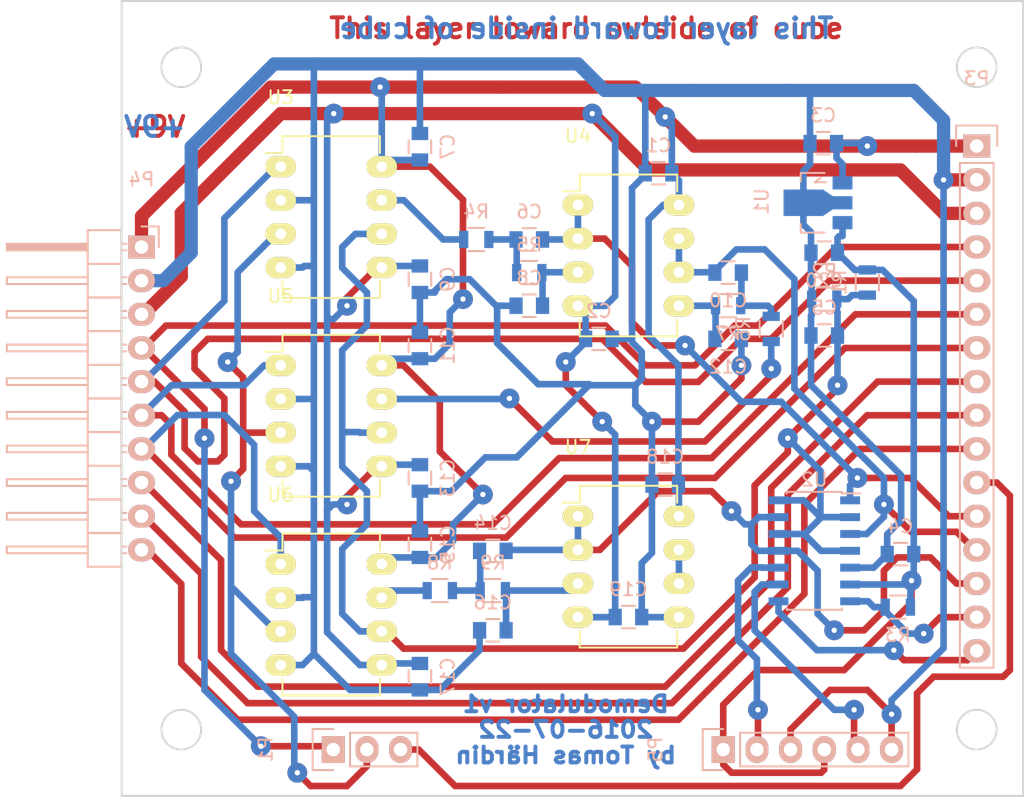
<source format=kicad_pcb>
(kicad_pcb (version 4) (host pcbnew 4.0.2-stable)

  (general
    (links 121)
    (no_connects 0)
    (area 110.424999 69.924999 178.575001 130.075001)
    (thickness 1.6)
    (drawings 13)
    (tracks 598)
    (zones 0)
    (modules 40)
    (nets 32)
  )

  (page A4)
  (layers
    (0 F.Cu signal)
    (31 B.Cu signal)
    (32 B.Adhes user)
    (33 F.Adhes user)
    (34 B.Paste user)
    (35 F.Paste user)
    (36 B.SilkS user)
    (37 F.SilkS user)
    (38 B.Mask user)
    (39 F.Mask user)
    (40 Dwgs.User user)
    (41 Cmts.User user)
    (42 Eco1.User user)
    (43 Eco2.User user)
    (44 Edge.Cuts user)
    (45 Margin user)
    (46 B.CrtYd user)
    (47 F.CrtYd user)
    (48 B.Fab user hide)
    (49 F.Fab user hide)
  )

  (setup
    (last_trace_width 0.5)
    (user_trace_width 0.25)
    (user_trace_width 0.3)
    (user_trace_width 0.4)
    (user_trace_width 0.5)
    (user_trace_width 1)
    (trace_clearance 0.3)
    (zone_clearance 0.508)
    (zone_45_only no)
    (trace_min 0.25)
    (segment_width 0.2)
    (edge_width 0.15)
    (via_size 1.5)
    (via_drill 0.4)
    (via_min_size 0.4)
    (via_min_drill 0.3)
    (uvia_size 0.3)
    (uvia_drill 0.1)
    (uvias_allowed no)
    (uvia_min_size 0.2)
    (uvia_min_drill 0.1)
    (pcb_text_width 0.3)
    (pcb_text_size 1.5 1.5)
    (mod_edge_width 0.15)
    (mod_text_size 1 1)
    (mod_text_width 0.15)
    (pad_size 1.524 1.524)
    (pad_drill 0.762)
    (pad_to_mask_clearance 0.2)
    (aux_axis_origin 0 0)
    (grid_origin 150 100)
    (visible_elements FFFFEF7F)
    (pcbplotparams
      (layerselection 0x00030_80000001)
      (usegerberextensions false)
      (excludeedgelayer true)
      (linewidth 0.100000)
      (plotframeref false)
      (viasonmask false)
      (mode 1)
      (useauxorigin false)
      (hpglpennumber 1)
      (hpglpenspeed 20)
      (hpglpendiameter 15)
      (hpglpenoverlay 2)
      (psnegative false)
      (psa4output false)
      (plotreference true)
      (plotvalue true)
      (plotinvisibletext false)
      (padsonsilk false)
      (subtractmaskfromsilk false)
      (outputformat 1)
      (mirror false)
      (drillshape 1)
      (scaleselection 1)
      (outputdirectory ""))
  )

  (net 0 "")
  (net 1 +9V)
  (net 2 GND)
  (net 3 -9VA)
  (net 4 +3.3VADC)
  (net 5 /channel1/BIAS)
  (net 6 /channel1/DEMOD)
  (net 7 "Net-(C6-Pad2)")
  (net 8 "Net-(C8-Pad1)")
  (net 9 /channel2/DEMOD)
  (net 10 "Net-(C10-Pad2)")
  (net 11 "Net-(C12-Pad1)")
  (net 12 /channel3/DEMOD)
  (net 13 "Net-(C14-Pad2)")
  (net 14 "Net-(C16-Pad1)")
  (net 15 /TACH)
  (net 16 /channel1/Y)
  (net 17 /LO)
  (net 18 /channel1/X)
  (net 19 /channel2/X)
  (net 20 /channel3/X)
  (net 21 /A0)
  (net 22 /A1)
  (net 23 /REF)
  (net 24 /SDA)
  (net 25 /SCL)
  (net 26 "Net-(P5-Pad2)")
  (net 27 "Net-(P5-Pad5)")
  (net 28 "Net-(R4-Pad2)")
  (net 29 "Net-(R6-Pad2)")
  (net 30 "Net-(R8-Pad2)")
  (net 31 "Net-(U7-Pad6)")

  (net_class Default "This is the default net class."
    (clearance 0.3)
    (trace_width 0.25)
    (via_dia 1.5)
    (via_drill 0.4)
    (uvia_dia 0.3)
    (uvia_drill 0.1)
    (add_net +3.3VADC)
    (add_net +9V)
    (add_net -9VA)
    (add_net /A0)
    (add_net /A1)
    (add_net /LO)
    (add_net /REF)
    (add_net /SCL)
    (add_net /SDA)
    (add_net /TACH)
    (add_net /channel1/BIAS)
    (add_net /channel1/DEMOD)
    (add_net /channel1/X)
    (add_net /channel1/Y)
    (add_net /channel2/DEMOD)
    (add_net /channel2/X)
    (add_net /channel3/DEMOD)
    (add_net /channel3/X)
    (add_net GND)
    (add_net "Net-(C10-Pad2)")
    (add_net "Net-(C12-Pad1)")
    (add_net "Net-(C14-Pad2)")
    (add_net "Net-(C16-Pad1)")
    (add_net "Net-(C6-Pad2)")
    (add_net "Net-(C8-Pad1)")
    (add_net "Net-(P5-Pad2)")
    (add_net "Net-(P5-Pad5)")
    (add_net "Net-(R4-Pad2)")
    (add_net "Net-(R6-Pad2)")
    (add_net "Net-(R8-Pad2)")
    (add_net "Net-(U7-Pad6)")
  )

  (module Housings_DIP:DIP-8_W7.62mm_LongPads (layer F.Cu) (tedit 54130A77) (tstamp 57921292)
    (at 144.92 108.89)
    (descr "8-lead dip package, row spacing 7.62 mm (300 mils), longer pads")
    (tags "dil dip 2.54 300")
    (path /5792297D)
    (fp_text reference U7 (at 0 -5.22) (layer F.SilkS)
      (effects (font (size 1 1) (thickness 0.15)))
    )
    (fp_text value OPA2604 (at 0 -3.72) (layer F.Fab)
      (effects (font (size 1 1) (thickness 0.15)))
    )
    (fp_line (start -1.4 -2.45) (end -1.4 10.1) (layer F.CrtYd) (width 0.05))
    (fp_line (start 9 -2.45) (end 9 10.1) (layer F.CrtYd) (width 0.05))
    (fp_line (start -1.4 -2.45) (end 9 -2.45) (layer F.CrtYd) (width 0.05))
    (fp_line (start -1.4 10.1) (end 9 10.1) (layer F.CrtYd) (width 0.05))
    (fp_line (start 0.135 -2.295) (end 0.135 -1.025) (layer F.SilkS) (width 0.15))
    (fp_line (start 7.485 -2.295) (end 7.485 -1.025) (layer F.SilkS) (width 0.15))
    (fp_line (start 7.485 9.915) (end 7.485 8.645) (layer F.SilkS) (width 0.15))
    (fp_line (start 0.135 9.915) (end 0.135 8.645) (layer F.SilkS) (width 0.15))
    (fp_line (start 0.135 -2.295) (end 7.485 -2.295) (layer F.SilkS) (width 0.15))
    (fp_line (start 0.135 9.915) (end 7.485 9.915) (layer F.SilkS) (width 0.15))
    (fp_line (start 0.135 -1.025) (end -1.15 -1.025) (layer F.SilkS) (width 0.15))
    (pad 1 thru_hole oval (at 0 0) (size 2.3 1.6) (drill 0.8) (layers *.Cu *.Mask F.SilkS)
      (net 12 /channel3/DEMOD))
    (pad 2 thru_hole oval (at 0 2.54) (size 2.3 1.6) (drill 0.8) (layers *.Cu *.Mask F.SilkS)
      (net 12 /channel3/DEMOD))
    (pad 3 thru_hole oval (at 0 5.08) (size 2.3 1.6) (drill 0.8) (layers *.Cu *.Mask F.SilkS)
      (net 14 "Net-(C16-Pad1)"))
    (pad 4 thru_hole oval (at 0 7.62) (size 2.3 1.6) (drill 0.8) (layers *.Cu *.Mask F.SilkS)
      (net 3 -9VA))
    (pad 5 thru_hole oval (at 7.62 7.62) (size 2.3 1.6) (drill 0.8) (layers *.Cu *.Mask F.SilkS)
      (net 2 GND))
    (pad 6 thru_hole oval (at 7.62 5.08) (size 2.3 1.6) (drill 0.8) (layers *.Cu *.Mask F.SilkS)
      (net 31 "Net-(U7-Pad6)"))
    (pad 7 thru_hole oval (at 7.62 2.54) (size 2.3 1.6) (drill 0.8) (layers *.Cu *.Mask F.SilkS)
      (net 31 "Net-(U7-Pad6)"))
    (pad 8 thru_hole oval (at 7.62 0) (size 2.3 1.6) (drill 0.8) (layers *.Cu *.Mask F.SilkS)
      (net 1 +9V))
    (model Housings_DIP.3dshapes/DIP-8_W7.62mm_LongPads.wrl
      (at (xyz 0 0 0))
      (scale (xyz 1 1 1))
      (rotate (xyz 0 0 0))
    )
  )

  (module Pin_Headers:Pin_Header_Straight_1x03 (layer B.Cu) (tedit 0) (tstamp 579229C3)
    (at 126.46 126.5 270)
    (descr "Through hole pin header")
    (tags "pin header")
    (path /57924985)
    (fp_text reference P1 (at 0 5.1 270) (layer B.SilkS)
      (effects (font (size 1 1) (thickness 0.15)) (justify mirror))
    )
    (fp_text value CONN_01X03 (at 0 3.1 270) (layer B.Fab)
      (effects (font (size 1 1) (thickness 0.15)) (justify mirror))
    )
    (fp_line (start -1.75 1.75) (end -1.75 -6.85) (layer B.CrtYd) (width 0.05))
    (fp_line (start 1.75 1.75) (end 1.75 -6.85) (layer B.CrtYd) (width 0.05))
    (fp_line (start -1.75 1.75) (end 1.75 1.75) (layer B.CrtYd) (width 0.05))
    (fp_line (start -1.75 -6.85) (end 1.75 -6.85) (layer B.CrtYd) (width 0.05))
    (fp_line (start -1.27 -1.27) (end -1.27 -6.35) (layer B.SilkS) (width 0.15))
    (fp_line (start -1.27 -6.35) (end 1.27 -6.35) (layer B.SilkS) (width 0.15))
    (fp_line (start 1.27 -6.35) (end 1.27 -1.27) (layer B.SilkS) (width 0.15))
    (fp_line (start 1.55 1.55) (end 1.55 0) (layer B.SilkS) (width 0.15))
    (fp_line (start 1.27 -1.27) (end -1.27 -1.27) (layer B.SilkS) (width 0.15))
    (fp_line (start -1.55 0) (end -1.55 1.55) (layer B.SilkS) (width 0.15))
    (fp_line (start -1.55 1.55) (end 1.55 1.55) (layer B.SilkS) (width 0.15))
    (pad 1 thru_hole rect (at 0 0 270) (size 2.032 1.7272) (drill 1.016) (layers *.Cu *.Mask B.SilkS)
      (net 15 /TACH))
    (pad 2 thru_hole oval (at 0 -2.54 270) (size 2.032 1.7272) (drill 1.016) (layers *.Cu *.Mask B.SilkS)
      (net 16 /channel1/Y))
    (pad 3 thru_hole oval (at 0 -5.08 270) (size 2.032 1.7272) (drill 1.016) (layers *.Cu *.Mask B.SilkS)
      (net 17 /LO))
    (model Pin_Headers.3dshapes/Pin_Header_Straight_1x03.wrl
      (at (xyz 0 -0.1 0))
      (scale (xyz 1 1 1))
      (rotate (xyz 0 0 90))
    )
  )

  (module Housings_SOIC:SOIC-14_3.9x8.7mm_Pitch1.27mm (layer B.Cu) (tedit 54130A77) (tstamp 5790F38E)
    (at 162.75 111.5 180)
    (descr "14-Lead Plastic Small Outline (SL) - Narrow, 3.90 mm Body [SOIC] (see Microchip Packaging Specification 00000049BS.pdf)")
    (tags "SOIC 1.27")
    (path /57916CFD)
    (attr smd)
    (fp_text reference U2 (at 0 5.375 180) (layer B.SilkS)
      (effects (font (size 1 1) (thickness 0.15)) (justify mirror))
    )
    (fp_text value MCP3428 (at 0 -5.375 180) (layer B.Fab)
      (effects (font (size 1 1) (thickness 0.15)) (justify mirror))
    )
    (fp_line (start -3.7 4.65) (end -3.7 -4.65) (layer B.CrtYd) (width 0.05))
    (fp_line (start 3.7 4.65) (end 3.7 -4.65) (layer B.CrtYd) (width 0.05))
    (fp_line (start -3.7 4.65) (end 3.7 4.65) (layer B.CrtYd) (width 0.05))
    (fp_line (start -3.7 -4.65) (end 3.7 -4.65) (layer B.CrtYd) (width 0.05))
    (fp_line (start -2.075 4.45) (end -2.075 4.335) (layer B.SilkS) (width 0.15))
    (fp_line (start 2.075 4.45) (end 2.075 4.335) (layer B.SilkS) (width 0.15))
    (fp_line (start 2.075 -4.45) (end 2.075 -4.335) (layer B.SilkS) (width 0.15))
    (fp_line (start -2.075 -4.45) (end -2.075 -4.335) (layer B.SilkS) (width 0.15))
    (fp_line (start -2.075 4.45) (end 2.075 4.45) (layer B.SilkS) (width 0.15))
    (fp_line (start -2.075 -4.45) (end 2.075 -4.45) (layer B.SilkS) (width 0.15))
    (fp_line (start -2.075 4.335) (end -3.45 4.335) (layer B.SilkS) (width 0.15))
    (pad 1 smd rect (at -2.7 3.81 180) (size 1.5 0.6) (layers B.Cu B.Paste B.Mask)
      (net 6 /channel1/DEMOD))
    (pad 2 smd rect (at -2.7 2.54 180) (size 1.5 0.6) (layers B.Cu B.Paste B.Mask)
      (net 5 /channel1/BIAS))
    (pad 3 smd rect (at -2.7 1.27 180) (size 1.5 0.6) (layers B.Cu B.Paste B.Mask)
      (net 9 /channel2/DEMOD))
    (pad 4 smd rect (at -2.7 0 180) (size 1.5 0.6) (layers B.Cu B.Paste B.Mask)
      (net 5 /channel1/BIAS))
    (pad 5 smd rect (at -2.7 -1.27 180) (size 1.5 0.6) (layers B.Cu B.Paste B.Mask)
      (net 2 GND))
    (pad 6 smd rect (at -2.7 -2.54 180) (size 1.5 0.6) (layers B.Cu B.Paste B.Mask)
      (net 4 +3.3VADC))
    (pad 7 smd rect (at -2.7 -3.81 180) (size 1.5 0.6) (layers B.Cu B.Paste B.Mask)
      (net 24 /SDA))
    (pad 8 smd rect (at 2.7 -3.81 180) (size 1.5 0.6) (layers B.Cu B.Paste B.Mask)
      (net 25 /SCL))
    (pad 9 smd rect (at 2.7 -2.54 180) (size 1.5 0.6) (layers B.Cu B.Paste B.Mask)
      (net 27 "Net-(P5-Pad5)"))
    (pad 10 smd rect (at 2.7 -1.27 180) (size 1.5 0.6) (layers B.Cu B.Paste B.Mask)
      (net 26 "Net-(P5-Pad2)"))
    (pad 11 smd rect (at 2.7 0 180) (size 1.5 0.6) (layers B.Cu B.Paste B.Mask)
      (net 12 /channel3/DEMOD))
    (pad 12 smd rect (at 2.7 1.27 180) (size 1.5 0.6) (layers B.Cu B.Paste B.Mask)
      (net 5 /channel1/BIAS))
    (pad 13 smd rect (at 2.7 2.54 180) (size 1.5 0.6) (layers B.Cu B.Paste B.Mask)
      (net 12 /channel3/DEMOD))
    (pad 14 smd rect (at 2.7 3.81 180) (size 1.5 0.6) (layers B.Cu B.Paste B.Mask)
      (net 5 /channel1/BIAS))
    (model Housings_SOIC.3dshapes/SOIC-14_3.9x8.7mm_Pitch1.27mm.wrl
      (at (xyz 0 0 0))
      (scale (xyz 1 1 1))
      (rotate (xyz 0 0 0))
    )
  )

  (module Housings_DIP:DIP-8_W7.62mm_LongPads (layer F.Cu) (tedit 54130A77) (tstamp 5790F3C4)
    (at 122.5 112.5)
    (descr "8-lead dip package, row spacing 7.62 mm (300 mils), longer pads")
    (tags "dil dip 2.54 300")
    (path /5790D9C8/5790CC51)
    (fp_text reference U6 (at 0 -5.22) (layer F.SilkS)
      (effects (font (size 1 1) (thickness 0.15)))
    )
    (fp_text value AD633 (at 0 -3.72) (layer F.Fab)
      (effects (font (size 1 1) (thickness 0.15)))
    )
    (fp_line (start -1.4 -2.45) (end -1.4 10.1) (layer F.CrtYd) (width 0.05))
    (fp_line (start 9 -2.45) (end 9 10.1) (layer F.CrtYd) (width 0.05))
    (fp_line (start -1.4 -2.45) (end 9 -2.45) (layer F.CrtYd) (width 0.05))
    (fp_line (start -1.4 10.1) (end 9 10.1) (layer F.CrtYd) (width 0.05))
    (fp_line (start 0.135 -2.295) (end 0.135 -1.025) (layer F.SilkS) (width 0.15))
    (fp_line (start 7.485 -2.295) (end 7.485 -1.025) (layer F.SilkS) (width 0.15))
    (fp_line (start 7.485 9.915) (end 7.485 8.645) (layer F.SilkS) (width 0.15))
    (fp_line (start 0.135 9.915) (end 0.135 8.645) (layer F.SilkS) (width 0.15))
    (fp_line (start 0.135 -2.295) (end 7.485 -2.295) (layer F.SilkS) (width 0.15))
    (fp_line (start 0.135 9.915) (end 7.485 9.915) (layer F.SilkS) (width 0.15))
    (fp_line (start 0.135 -1.025) (end -1.15 -1.025) (layer F.SilkS) (width 0.15))
    (pad 1 thru_hole oval (at 0 0) (size 2.3 1.6) (drill 0.8) (layers *.Cu *.Mask F.SilkS)
      (net 20 /channel3/X))
    (pad 2 thru_hole oval (at 0 2.54) (size 2.3 1.6) (drill 0.8) (layers *.Cu *.Mask F.SilkS)
      (net 2 GND))
    (pad 3 thru_hole oval (at 0 5.08) (size 2.3 1.6) (drill 0.8) (layers *.Cu *.Mask F.SilkS)
      (net 16 /channel1/Y))
    (pad 4 thru_hole oval (at 0 7.62) (size 2.3 1.6) (drill 0.8) (layers *.Cu *.Mask F.SilkS)
      (net 2 GND))
    (pad 5 thru_hole oval (at 7.62 7.62) (size 2.3 1.6) (drill 0.8) (layers *.Cu *.Mask F.SilkS)
      (net 3 -9VA))
    (pad 6 thru_hole oval (at 7.62 5.08) (size 2.3 1.6) (drill 0.8) (layers *.Cu *.Mask F.SilkS)
      (net 5 /channel1/BIAS))
    (pad 7 thru_hole oval (at 7.62 2.54) (size 2.3 1.6) (drill 0.8) (layers *.Cu *.Mask F.SilkS)
      (net 30 "Net-(R8-Pad2)"))
    (pad 8 thru_hole oval (at 7.62 0) (size 2.3 1.6) (drill 0.8) (layers *.Cu *.Mask F.SilkS)
      (net 1 +9V))
    (model Housings_DIP.3dshapes/DIP-8_W7.62mm_LongPads.wrl
      (at (xyz 0 0 0))
      (scale (xyz 1 1 1))
      (rotate (xyz 0 0 0))
    )
  )

  (module Capacitors_SMD:C_0805 (layer B.Cu) (tedit 5415D6EA) (tstamp 5790F2A5)
    (at 151 83 180)
    (descr "Capacitor SMD 0805, reflow soldering, AVX (see smccp.pdf)")
    (tags "capacitor 0805")
    (path /5790F00D)
    (attr smd)
    (fp_text reference C1 (at 0 2.1 180) (layer B.SilkS)
      (effects (font (size 1 1) (thickness 0.15)) (justify mirror))
    )
    (fp_text value 100n (at 0 -2.1 180) (layer B.Fab)
      (effects (font (size 1 1) (thickness 0.15)) (justify mirror))
    )
    (fp_line (start -1.8 1) (end 1.8 1) (layer B.CrtYd) (width 0.05))
    (fp_line (start -1.8 -1) (end 1.8 -1) (layer B.CrtYd) (width 0.05))
    (fp_line (start -1.8 1) (end -1.8 -1) (layer B.CrtYd) (width 0.05))
    (fp_line (start 1.8 1) (end 1.8 -1) (layer B.CrtYd) (width 0.05))
    (fp_line (start 0.5 0.85) (end -0.5 0.85) (layer B.SilkS) (width 0.15))
    (fp_line (start -0.5 -0.85) (end 0.5 -0.85) (layer B.SilkS) (width 0.15))
    (pad 1 smd rect (at -1 0 180) (size 1 1.25) (layers B.Cu B.Paste B.Mask)
      (net 1 +9V))
    (pad 2 smd rect (at 1 0 180) (size 1 1.25) (layers B.Cu B.Paste B.Mask)
      (net 2 GND))
    (model Capacitors_SMD.3dshapes/C_0805.wrl
      (at (xyz 0 0 0))
      (scale (xyz 1 1 1))
      (rotate (xyz 0 0 0))
    )
  )

  (module Capacitors_SMD:C_0805 (layer B.Cu) (tedit 5415D6EA) (tstamp 5790F2AB)
    (at 146.5 95.5 180)
    (descr "Capacitor SMD 0805, reflow soldering, AVX (see smccp.pdf)")
    (tags "capacitor 0805")
    (path /5790F359)
    (attr smd)
    (fp_text reference C2 (at 0 2.1 180) (layer B.SilkS)
      (effects (font (size 1 1) (thickness 0.15)) (justify mirror))
    )
    (fp_text value 100n (at 0 -2.1 180) (layer B.Fab)
      (effects (font (size 1 1) (thickness 0.15)) (justify mirror))
    )
    (fp_line (start -1.8 1) (end 1.8 1) (layer B.CrtYd) (width 0.05))
    (fp_line (start -1.8 -1) (end 1.8 -1) (layer B.CrtYd) (width 0.05))
    (fp_line (start -1.8 1) (end -1.8 -1) (layer B.CrtYd) (width 0.05))
    (fp_line (start 1.8 1) (end 1.8 -1) (layer B.CrtYd) (width 0.05))
    (fp_line (start 0.5 0.85) (end -0.5 0.85) (layer B.SilkS) (width 0.15))
    (fp_line (start -0.5 -0.85) (end 0.5 -0.85) (layer B.SilkS) (width 0.15))
    (pad 1 smd rect (at -1 0 180) (size 1 1.25) (layers B.Cu B.Paste B.Mask)
      (net 2 GND))
    (pad 2 smd rect (at 1 0 180) (size 1 1.25) (layers B.Cu B.Paste B.Mask)
      (net 3 -9VA))
    (model Capacitors_SMD.3dshapes/C_0805.wrl
      (at (xyz 0 0 0))
      (scale (xyz 1 1 1))
      (rotate (xyz 0 0 0))
    )
  )

  (module Capacitors_SMD:C_0805 (layer B.Cu) (tedit 5415D6EA) (tstamp 5790F2B1)
    (at 163.426 80.73 180)
    (descr "Capacitor SMD 0805, reflow soldering, AVX (see smccp.pdf)")
    (tags "capacitor 0805")
    (path /57917AAE)
    (attr smd)
    (fp_text reference C3 (at 0 2.1 180) (layer B.SilkS)
      (effects (font (size 1 1) (thickness 0.15)) (justify mirror))
    )
    (fp_text value 330n (at 0 -2.1 180) (layer B.Fab)
      (effects (font (size 1 1) (thickness 0.15)) (justify mirror))
    )
    (fp_line (start -1.8 1) (end 1.8 1) (layer B.CrtYd) (width 0.05))
    (fp_line (start -1.8 -1) (end 1.8 -1) (layer B.CrtYd) (width 0.05))
    (fp_line (start -1.8 1) (end -1.8 -1) (layer B.CrtYd) (width 0.05))
    (fp_line (start 1.8 1) (end 1.8 -1) (layer B.CrtYd) (width 0.05))
    (fp_line (start 0.5 0.85) (end -0.5 0.85) (layer B.SilkS) (width 0.15))
    (fp_line (start -0.5 -0.85) (end 0.5 -0.85) (layer B.SilkS) (width 0.15))
    (pad 1 smd rect (at -1 0 180) (size 1 1.25) (layers B.Cu B.Paste B.Mask)
      (net 1 +9V))
    (pad 2 smd rect (at 1 0 180) (size 1 1.25) (layers B.Cu B.Paste B.Mask)
      (net 2 GND))
    (model Capacitors_SMD.3dshapes/C_0805.wrl
      (at (xyz 0 0 0))
      (scale (xyz 1 1 1))
      (rotate (xyz 0 0 0))
    )
  )

  (module Capacitors_SMD:C_0805 (layer B.Cu) (tedit 5415D6EA) (tstamp 5790F2B7)
    (at 169.25 111.75 180)
    (descr "Capacitor SMD 0805, reflow soldering, AVX (see smccp.pdf)")
    (tags "capacitor 0805")
    (path /57917BA0)
    (attr smd)
    (fp_text reference C4 (at 0 2.1 180) (layer B.SilkS)
      (effects (font (size 1 1) (thickness 0.15)) (justify mirror))
    )
    (fp_text value 100n (at 0 -2.1 180) (layer B.Fab)
      (effects (font (size 1 1) (thickness 0.15)) (justify mirror))
    )
    (fp_line (start -1.8 1) (end 1.8 1) (layer B.CrtYd) (width 0.05))
    (fp_line (start -1.8 -1) (end 1.8 -1) (layer B.CrtYd) (width 0.05))
    (fp_line (start -1.8 1) (end -1.8 -1) (layer B.CrtYd) (width 0.05))
    (fp_line (start 1.8 1) (end 1.8 -1) (layer B.CrtYd) (width 0.05))
    (fp_line (start 0.5 0.85) (end -0.5 0.85) (layer B.SilkS) (width 0.15))
    (fp_line (start -0.5 -0.85) (end 0.5 -0.85) (layer B.SilkS) (width 0.15))
    (pad 1 smd rect (at -1 0 180) (size 1 1.25) (layers B.Cu B.Paste B.Mask)
      (net 4 +3.3VADC))
    (pad 2 smd rect (at 1 0 180) (size 1 1.25) (layers B.Cu B.Paste B.Mask)
      (net 2 GND))
    (model Capacitors_SMD.3dshapes/C_0805.wrl
      (at (xyz 0 0 0))
      (scale (xyz 1 1 1))
      (rotate (xyz 0 0 0))
    )
  )

  (module Capacitors_SMD:C_0805 (layer B.Cu) (tedit 5415D6EA) (tstamp 5790F2BD)
    (at 163.5 95.25 180)
    (descr "Capacitor SMD 0805, reflow soldering, AVX (see smccp.pdf)")
    (tags "capacitor 0805")
    (path /5791830C)
    (attr smd)
    (fp_text reference C5 (at 0 2.1 180) (layer B.SilkS)
      (effects (font (size 1 1) (thickness 0.15)) (justify mirror))
    )
    (fp_text value 100n (at 0 -2.1 180) (layer B.Fab)
      (effects (font (size 1 1) (thickness 0.15)) (justify mirror))
    )
    (fp_line (start -1.8 1) (end 1.8 1) (layer B.CrtYd) (width 0.05))
    (fp_line (start -1.8 -1) (end 1.8 -1) (layer B.CrtYd) (width 0.05))
    (fp_line (start -1.8 1) (end -1.8 -1) (layer B.CrtYd) (width 0.05))
    (fp_line (start 1.8 1) (end 1.8 -1) (layer B.CrtYd) (width 0.05))
    (fp_line (start 0.5 0.85) (end -0.5 0.85) (layer B.SilkS) (width 0.15))
    (fp_line (start -0.5 -0.85) (end 0.5 -0.85) (layer B.SilkS) (width 0.15))
    (pad 1 smd rect (at -1 0 180) (size 1 1.25) (layers B.Cu B.Paste B.Mask)
      (net 5 /channel1/BIAS))
    (pad 2 smd rect (at 1 0 180) (size 1 1.25) (layers B.Cu B.Paste B.Mask)
      (net 2 GND))
    (model Capacitors_SMD.3dshapes/C_0805.wrl
      (at (xyz 0 0 0))
      (scale (xyz 1 1 1))
      (rotate (xyz 0 0 0))
    )
  )

  (module Capacitors_SMD:C_0805 (layer B.Cu) (tedit 5415D6EA) (tstamp 5790F2C3)
    (at 141.25 88 180)
    (descr "Capacitor SMD 0805, reflow soldering, AVX (see smccp.pdf)")
    (tags "capacitor 0805")
    (path /5790C9D7/5790CCC9)
    (attr smd)
    (fp_text reference C6 (at 0 2.1 180) (layer B.SilkS)
      (effects (font (size 1 1) (thickness 0.15)) (justify mirror))
    )
    (fp_text value 1u (at 0 -2.1 180) (layer B.Fab)
      (effects (font (size 1 1) (thickness 0.15)) (justify mirror))
    )
    (fp_line (start -1.8 1) (end 1.8 1) (layer B.CrtYd) (width 0.05))
    (fp_line (start -1.8 -1) (end 1.8 -1) (layer B.CrtYd) (width 0.05))
    (fp_line (start -1.8 1) (end -1.8 -1) (layer B.CrtYd) (width 0.05))
    (fp_line (start 1.8 1) (end 1.8 -1) (layer B.CrtYd) (width 0.05))
    (fp_line (start 0.5 0.85) (end -0.5 0.85) (layer B.SilkS) (width 0.15))
    (fp_line (start -0.5 -0.85) (end 0.5 -0.85) (layer B.SilkS) (width 0.15))
    (pad 1 smd rect (at -1 0 180) (size 1 1.25) (layers B.Cu B.Paste B.Mask)
      (net 6 /channel1/DEMOD))
    (pad 2 smd rect (at 1 0 180) (size 1 1.25) (layers B.Cu B.Paste B.Mask)
      (net 7 "Net-(C6-Pad2)"))
    (model Capacitors_SMD.3dshapes/C_0805.wrl
      (at (xyz 0 0 0))
      (scale (xyz 1 1 1))
      (rotate (xyz 0 0 0))
    )
  )

  (module Capacitors_SMD:C_0805 (layer B.Cu) (tedit 5415D6EA) (tstamp 5790F2C9)
    (at 133 81 90)
    (descr "Capacitor SMD 0805, reflow soldering, AVX (see smccp.pdf)")
    (tags "capacitor 0805")
    (path /5790C9D7/5790CC6A)
    (attr smd)
    (fp_text reference C7 (at 0 2.1 90) (layer B.SilkS)
      (effects (font (size 1 1) (thickness 0.15)) (justify mirror))
    )
    (fp_text value 100n (at 0 -2.1 90) (layer B.Fab)
      (effects (font (size 1 1) (thickness 0.15)) (justify mirror))
    )
    (fp_line (start -1.8 1) (end 1.8 1) (layer B.CrtYd) (width 0.05))
    (fp_line (start -1.8 -1) (end 1.8 -1) (layer B.CrtYd) (width 0.05))
    (fp_line (start -1.8 1) (end -1.8 -1) (layer B.CrtYd) (width 0.05))
    (fp_line (start 1.8 1) (end 1.8 -1) (layer B.CrtYd) (width 0.05))
    (fp_line (start 0.5 0.85) (end -0.5 0.85) (layer B.SilkS) (width 0.15))
    (fp_line (start -0.5 -0.85) (end 0.5 -0.85) (layer B.SilkS) (width 0.15))
    (pad 1 smd rect (at -1 0 90) (size 1 1.25) (layers B.Cu B.Paste B.Mask)
      (net 1 +9V))
    (pad 2 smd rect (at 1 0 90) (size 1 1.25) (layers B.Cu B.Paste B.Mask)
      (net 2 GND))
    (model Capacitors_SMD.3dshapes/C_0805.wrl
      (at (xyz 0 0 0))
      (scale (xyz 1 1 1))
      (rotate (xyz 0 0 0))
    )
  )

  (module Capacitors_SMD:C_0805 (layer B.Cu) (tedit 5415D6EA) (tstamp 5790F2CF)
    (at 141.25 93 180)
    (descr "Capacitor SMD 0805, reflow soldering, AVX (see smccp.pdf)")
    (tags "capacitor 0805")
    (path /5790C9D7/5790CCB2)
    (attr smd)
    (fp_text reference C8 (at 0 2.1 180) (layer B.SilkS)
      (effects (font (size 1 1) (thickness 0.15)) (justify mirror))
    )
    (fp_text value 1u (at 0 -2.1 180) (layer B.Fab)
      (effects (font (size 1 1) (thickness 0.15)) (justify mirror))
    )
    (fp_line (start -1.8 1) (end 1.8 1) (layer B.CrtYd) (width 0.05))
    (fp_line (start -1.8 -1) (end 1.8 -1) (layer B.CrtYd) (width 0.05))
    (fp_line (start -1.8 1) (end -1.8 -1) (layer B.CrtYd) (width 0.05))
    (fp_line (start 1.8 1) (end 1.8 -1) (layer B.CrtYd) (width 0.05))
    (fp_line (start 0.5 0.85) (end -0.5 0.85) (layer B.SilkS) (width 0.15))
    (fp_line (start -0.5 -0.85) (end 0.5 -0.85) (layer B.SilkS) (width 0.15))
    (pad 1 smd rect (at -1 0 180) (size 1 1.25) (layers B.Cu B.Paste B.Mask)
      (net 8 "Net-(C8-Pad1)"))
    (pad 2 smd rect (at 1 0 180) (size 1 1.25) (layers B.Cu B.Paste B.Mask)
      (net 2 GND))
    (model Capacitors_SMD.3dshapes/C_0805.wrl
      (at (xyz 0 0 0))
      (scale (xyz 1 1 1))
      (rotate (xyz 0 0 0))
    )
  )

  (module Capacitors_SMD:C_0805 (layer B.Cu) (tedit 5415D6EA) (tstamp 5790F2D5)
    (at 133 91 90)
    (descr "Capacitor SMD 0805, reflow soldering, AVX (see smccp.pdf)")
    (tags "capacitor 0805")
    (path /5790C9D7/5790CC71)
    (attr smd)
    (fp_text reference C9 (at 0 2.1 90) (layer B.SilkS)
      (effects (font (size 1 1) (thickness 0.15)) (justify mirror))
    )
    (fp_text value 100n (at 0 -2.1 90) (layer B.Fab)
      (effects (font (size 1 1) (thickness 0.15)) (justify mirror))
    )
    (fp_line (start -1.8 1) (end 1.8 1) (layer B.CrtYd) (width 0.05))
    (fp_line (start -1.8 -1) (end 1.8 -1) (layer B.CrtYd) (width 0.05))
    (fp_line (start -1.8 1) (end -1.8 -1) (layer B.CrtYd) (width 0.05))
    (fp_line (start 1.8 1) (end 1.8 -1) (layer B.CrtYd) (width 0.05))
    (fp_line (start 0.5 0.85) (end -0.5 0.85) (layer B.SilkS) (width 0.15))
    (fp_line (start -0.5 -0.85) (end 0.5 -0.85) (layer B.SilkS) (width 0.15))
    (pad 1 smd rect (at -1 0 90) (size 1 1.25) (layers B.Cu B.Paste B.Mask)
      (net 2 GND))
    (pad 2 smd rect (at 1 0 90) (size 1 1.25) (layers B.Cu B.Paste B.Mask)
      (net 3 -9VA))
    (model Capacitors_SMD.3dshapes/C_0805.wrl
      (at (xyz 0 0 0))
      (scale (xyz 1 1 1))
      (rotate (xyz 0 0 0))
    )
  )

  (module Capacitors_SMD:C_0805 (layer B.Cu) (tedit 5415D6EA) (tstamp 5790F2DB)
    (at 156.25 90.5)
    (descr "Capacitor SMD 0805, reflow soldering, AVX (see smccp.pdf)")
    (tags "capacitor 0805")
    (path /5790D7DB/5790CCC9)
    (attr smd)
    (fp_text reference C10 (at 0 2.1) (layer B.SilkS)
      (effects (font (size 1 1) (thickness 0.15)) (justify mirror))
    )
    (fp_text value 1u (at 0 -2.1) (layer B.Fab)
      (effects (font (size 1 1) (thickness 0.15)) (justify mirror))
    )
    (fp_line (start -1.8 1) (end 1.8 1) (layer B.CrtYd) (width 0.05))
    (fp_line (start -1.8 -1) (end 1.8 -1) (layer B.CrtYd) (width 0.05))
    (fp_line (start -1.8 1) (end -1.8 -1) (layer B.CrtYd) (width 0.05))
    (fp_line (start 1.8 1) (end 1.8 -1) (layer B.CrtYd) (width 0.05))
    (fp_line (start 0.5 0.85) (end -0.5 0.85) (layer B.SilkS) (width 0.15))
    (fp_line (start -0.5 -0.85) (end 0.5 -0.85) (layer B.SilkS) (width 0.15))
    (pad 1 smd rect (at -1 0) (size 1 1.25) (layers B.Cu B.Paste B.Mask)
      (net 9 /channel2/DEMOD))
    (pad 2 smd rect (at 1 0) (size 1 1.25) (layers B.Cu B.Paste B.Mask)
      (net 10 "Net-(C10-Pad2)"))
    (model Capacitors_SMD.3dshapes/C_0805.wrl
      (at (xyz 0 0 0))
      (scale (xyz 1 1 1))
      (rotate (xyz 0 0 0))
    )
  )

  (module Capacitors_SMD:C_0805 (layer B.Cu) (tedit 5415D6EA) (tstamp 5790F2E1)
    (at 133 96 90)
    (descr "Capacitor SMD 0805, reflow soldering, AVX (see smccp.pdf)")
    (tags "capacitor 0805")
    (path /5790D7DB/5790CC6A)
    (attr smd)
    (fp_text reference C11 (at 0 2.1 90) (layer B.SilkS)
      (effects (font (size 1 1) (thickness 0.15)) (justify mirror))
    )
    (fp_text value 100n (at 0 -2.1 90) (layer B.Fab)
      (effects (font (size 1 1) (thickness 0.15)) (justify mirror))
    )
    (fp_line (start -1.8 1) (end 1.8 1) (layer B.CrtYd) (width 0.05))
    (fp_line (start -1.8 -1) (end 1.8 -1) (layer B.CrtYd) (width 0.05))
    (fp_line (start -1.8 1) (end -1.8 -1) (layer B.CrtYd) (width 0.05))
    (fp_line (start 1.8 1) (end 1.8 -1) (layer B.CrtYd) (width 0.05))
    (fp_line (start 0.5 0.85) (end -0.5 0.85) (layer B.SilkS) (width 0.15))
    (fp_line (start -0.5 -0.85) (end 0.5 -0.85) (layer B.SilkS) (width 0.15))
    (pad 1 smd rect (at -1 0 90) (size 1 1.25) (layers B.Cu B.Paste B.Mask)
      (net 1 +9V))
    (pad 2 smd rect (at 1 0 90) (size 1 1.25) (layers B.Cu B.Paste B.Mask)
      (net 2 GND))
    (model Capacitors_SMD.3dshapes/C_0805.wrl
      (at (xyz 0 0 0))
      (scale (xyz 1 1 1))
      (rotate (xyz 0 0 0))
    )
  )

  (module Capacitors_SMD:C_0805 (layer B.Cu) (tedit 5415D6EA) (tstamp 5790F2E7)
    (at 156.25 95.5)
    (descr "Capacitor SMD 0805, reflow soldering, AVX (see smccp.pdf)")
    (tags "capacitor 0805")
    (path /5790D7DB/5790CCB2)
    (attr smd)
    (fp_text reference C12 (at 0 2.1) (layer B.SilkS)
      (effects (font (size 1 1) (thickness 0.15)) (justify mirror))
    )
    (fp_text value 1u (at 0 -2.1) (layer B.Fab)
      (effects (font (size 1 1) (thickness 0.15)) (justify mirror))
    )
    (fp_line (start -1.8 1) (end 1.8 1) (layer B.CrtYd) (width 0.05))
    (fp_line (start -1.8 -1) (end 1.8 -1) (layer B.CrtYd) (width 0.05))
    (fp_line (start -1.8 1) (end -1.8 -1) (layer B.CrtYd) (width 0.05))
    (fp_line (start 1.8 1) (end 1.8 -1) (layer B.CrtYd) (width 0.05))
    (fp_line (start 0.5 0.85) (end -0.5 0.85) (layer B.SilkS) (width 0.15))
    (fp_line (start -0.5 -0.85) (end 0.5 -0.85) (layer B.SilkS) (width 0.15))
    (pad 1 smd rect (at -1 0) (size 1 1.25) (layers B.Cu B.Paste B.Mask)
      (net 11 "Net-(C12-Pad1)"))
    (pad 2 smd rect (at 1 0) (size 1 1.25) (layers B.Cu B.Paste B.Mask)
      (net 2 GND))
    (model Capacitors_SMD.3dshapes/C_0805.wrl
      (at (xyz 0 0 0))
      (scale (xyz 1 1 1))
      (rotate (xyz 0 0 0))
    )
  )

  (module Capacitors_SMD:C_0805 (layer B.Cu) (tedit 5415D6EA) (tstamp 5790F2ED)
    (at 133 106 90)
    (descr "Capacitor SMD 0805, reflow soldering, AVX (see smccp.pdf)")
    (tags "capacitor 0805")
    (path /5790D7DB/5790CC71)
    (attr smd)
    (fp_text reference C13 (at 0 2.1 90) (layer B.SilkS)
      (effects (font (size 1 1) (thickness 0.15)) (justify mirror))
    )
    (fp_text value 100n (at 0 -2.1 90) (layer B.Fab)
      (effects (font (size 1 1) (thickness 0.15)) (justify mirror))
    )
    (fp_line (start -1.8 1) (end 1.8 1) (layer B.CrtYd) (width 0.05))
    (fp_line (start -1.8 -1) (end 1.8 -1) (layer B.CrtYd) (width 0.05))
    (fp_line (start -1.8 1) (end -1.8 -1) (layer B.CrtYd) (width 0.05))
    (fp_line (start 1.8 1) (end 1.8 -1) (layer B.CrtYd) (width 0.05))
    (fp_line (start 0.5 0.85) (end -0.5 0.85) (layer B.SilkS) (width 0.15))
    (fp_line (start -0.5 -0.85) (end 0.5 -0.85) (layer B.SilkS) (width 0.15))
    (pad 1 smd rect (at -1 0 90) (size 1 1.25) (layers B.Cu B.Paste B.Mask)
      (net 2 GND))
    (pad 2 smd rect (at 1 0 90) (size 1 1.25) (layers B.Cu B.Paste B.Mask)
      (net 3 -9VA))
    (model Capacitors_SMD.3dshapes/C_0805.wrl
      (at (xyz 0 0 0))
      (scale (xyz 1 1 1))
      (rotate (xyz 0 0 0))
    )
  )

  (module Capacitors_SMD:C_0805 (layer B.Cu) (tedit 5415D6EA) (tstamp 5790F2F3)
    (at 138.5 111.5 180)
    (descr "Capacitor SMD 0805, reflow soldering, AVX (see smccp.pdf)")
    (tags "capacitor 0805")
    (path /5790D9C8/5790CCC9)
    (attr smd)
    (fp_text reference C14 (at 0 2.1 180) (layer B.SilkS)
      (effects (font (size 1 1) (thickness 0.15)) (justify mirror))
    )
    (fp_text value 1u (at 0 -2.1 180) (layer B.Fab)
      (effects (font (size 1 1) (thickness 0.15)) (justify mirror))
    )
    (fp_line (start -1.8 1) (end 1.8 1) (layer B.CrtYd) (width 0.05))
    (fp_line (start -1.8 -1) (end 1.8 -1) (layer B.CrtYd) (width 0.05))
    (fp_line (start -1.8 1) (end -1.8 -1) (layer B.CrtYd) (width 0.05))
    (fp_line (start 1.8 1) (end 1.8 -1) (layer B.CrtYd) (width 0.05))
    (fp_line (start 0.5 0.85) (end -0.5 0.85) (layer B.SilkS) (width 0.15))
    (fp_line (start -0.5 -0.85) (end 0.5 -0.85) (layer B.SilkS) (width 0.15))
    (pad 1 smd rect (at -1 0 180) (size 1 1.25) (layers B.Cu B.Paste B.Mask)
      (net 12 /channel3/DEMOD))
    (pad 2 smd rect (at 1 0 180) (size 1 1.25) (layers B.Cu B.Paste B.Mask)
      (net 13 "Net-(C14-Pad2)"))
    (model Capacitors_SMD.3dshapes/C_0805.wrl
      (at (xyz 0 0 0))
      (scale (xyz 1 1 1))
      (rotate (xyz 0 0 0))
    )
  )

  (module Capacitors_SMD:C_0805 (layer B.Cu) (tedit 5415D6EA) (tstamp 5790F2F9)
    (at 133 111 90)
    (descr "Capacitor SMD 0805, reflow soldering, AVX (see smccp.pdf)")
    (tags "capacitor 0805")
    (path /5790D9C8/5790CC6A)
    (attr smd)
    (fp_text reference C15 (at 0 2.1 90) (layer B.SilkS)
      (effects (font (size 1 1) (thickness 0.15)) (justify mirror))
    )
    (fp_text value 100n (at 0 -2.1 90) (layer B.Fab)
      (effects (font (size 1 1) (thickness 0.15)) (justify mirror))
    )
    (fp_line (start -1.8 1) (end 1.8 1) (layer B.CrtYd) (width 0.05))
    (fp_line (start -1.8 -1) (end 1.8 -1) (layer B.CrtYd) (width 0.05))
    (fp_line (start -1.8 1) (end -1.8 -1) (layer B.CrtYd) (width 0.05))
    (fp_line (start 1.8 1) (end 1.8 -1) (layer B.CrtYd) (width 0.05))
    (fp_line (start 0.5 0.85) (end -0.5 0.85) (layer B.SilkS) (width 0.15))
    (fp_line (start -0.5 -0.85) (end 0.5 -0.85) (layer B.SilkS) (width 0.15))
    (pad 1 smd rect (at -1 0 90) (size 1 1.25) (layers B.Cu B.Paste B.Mask)
      (net 1 +9V))
    (pad 2 smd rect (at 1 0 90) (size 1 1.25) (layers B.Cu B.Paste B.Mask)
      (net 2 GND))
    (model Capacitors_SMD.3dshapes/C_0805.wrl
      (at (xyz 0 0 0))
      (scale (xyz 1 1 1))
      (rotate (xyz 0 0 0))
    )
  )

  (module Capacitors_SMD:C_0805 (layer B.Cu) (tedit 5415D6EA) (tstamp 5790F2FF)
    (at 138.5 117.5 180)
    (descr "Capacitor SMD 0805, reflow soldering, AVX (see smccp.pdf)")
    (tags "capacitor 0805")
    (path /5790D9C8/5790CCB2)
    (attr smd)
    (fp_text reference C16 (at 0 2.1 180) (layer B.SilkS)
      (effects (font (size 1 1) (thickness 0.15)) (justify mirror))
    )
    (fp_text value 1u (at 0 -2.1 180) (layer B.Fab)
      (effects (font (size 1 1) (thickness 0.15)) (justify mirror))
    )
    (fp_line (start -1.8 1) (end 1.8 1) (layer B.CrtYd) (width 0.05))
    (fp_line (start -1.8 -1) (end 1.8 -1) (layer B.CrtYd) (width 0.05))
    (fp_line (start -1.8 1) (end -1.8 -1) (layer B.CrtYd) (width 0.05))
    (fp_line (start 1.8 1) (end 1.8 -1) (layer B.CrtYd) (width 0.05))
    (fp_line (start 0.5 0.85) (end -0.5 0.85) (layer B.SilkS) (width 0.15))
    (fp_line (start -0.5 -0.85) (end 0.5 -0.85) (layer B.SilkS) (width 0.15))
    (pad 1 smd rect (at -1 0 180) (size 1 1.25) (layers B.Cu B.Paste B.Mask)
      (net 14 "Net-(C16-Pad1)"))
    (pad 2 smd rect (at 1 0 180) (size 1 1.25) (layers B.Cu B.Paste B.Mask)
      (net 2 GND))
    (model Capacitors_SMD.3dshapes/C_0805.wrl
      (at (xyz 0 0 0))
      (scale (xyz 1 1 1))
      (rotate (xyz 0 0 0))
    )
  )

  (module Capacitors_SMD:C_0805 (layer B.Cu) (tedit 5415D6EA) (tstamp 5790F305)
    (at 133 121 90)
    (descr "Capacitor SMD 0805, reflow soldering, AVX (see smccp.pdf)")
    (tags "capacitor 0805")
    (path /5790D9C8/5790CC71)
    (attr smd)
    (fp_text reference C17 (at 0 2.1 90) (layer B.SilkS)
      (effects (font (size 1 1) (thickness 0.15)) (justify mirror))
    )
    (fp_text value 100n (at 0 -2.1 90) (layer B.Fab)
      (effects (font (size 1 1) (thickness 0.15)) (justify mirror))
    )
    (fp_line (start -1.8 1) (end 1.8 1) (layer B.CrtYd) (width 0.05))
    (fp_line (start -1.8 -1) (end 1.8 -1) (layer B.CrtYd) (width 0.05))
    (fp_line (start -1.8 1) (end -1.8 -1) (layer B.CrtYd) (width 0.05))
    (fp_line (start 1.8 1) (end 1.8 -1) (layer B.CrtYd) (width 0.05))
    (fp_line (start 0.5 0.85) (end -0.5 0.85) (layer B.SilkS) (width 0.15))
    (fp_line (start -0.5 -0.85) (end 0.5 -0.85) (layer B.SilkS) (width 0.15))
    (pad 1 smd rect (at -1 0 90) (size 1 1.25) (layers B.Cu B.Paste B.Mask)
      (net 2 GND))
    (pad 2 smd rect (at 1 0 90) (size 1 1.25) (layers B.Cu B.Paste B.Mask)
      (net 3 -9VA))
    (model Capacitors_SMD.3dshapes/C_0805.wrl
      (at (xyz 0 0 0))
      (scale (xyz 1 1 1))
      (rotate (xyz 0 0 0))
    )
  )

  (module Pin_Headers:Pin_Header_Straight_1x16 (layer B.Cu) (tedit 0) (tstamp 5790F325)
    (at 175 80.95 180)
    (descr "Through hole pin header")
    (tags "pin header")
    (path /5791F2D3)
    (fp_text reference P3 (at 0 5.1 180) (layer B.SilkS)
      (effects (font (size 1 1) (thickness 0.15)) (justify mirror))
    )
    (fp_text value CONN_01X16 (at 0 3.1 180) (layer B.Fab)
      (effects (font (size 1 1) (thickness 0.15)) (justify mirror))
    )
    (fp_line (start -1.75 1.75) (end -1.75 -39.85) (layer B.CrtYd) (width 0.05))
    (fp_line (start 1.75 1.75) (end 1.75 -39.85) (layer B.CrtYd) (width 0.05))
    (fp_line (start -1.75 1.75) (end 1.75 1.75) (layer B.CrtYd) (width 0.05))
    (fp_line (start -1.75 -39.85) (end 1.75 -39.85) (layer B.CrtYd) (width 0.05))
    (fp_line (start -1.27 -1.27) (end -1.27 -39.37) (layer B.SilkS) (width 0.15))
    (fp_line (start -1.27 -39.37) (end 1.27 -39.37) (layer B.SilkS) (width 0.15))
    (fp_line (start 1.27 -39.37) (end 1.27 -1.27) (layer B.SilkS) (width 0.15))
    (fp_line (start 1.55 1.55) (end 1.55 0) (layer B.SilkS) (width 0.15))
    (fp_line (start 1.27 -1.27) (end -1.27 -1.27) (layer B.SilkS) (width 0.15))
    (fp_line (start -1.55 0) (end -1.55 1.55) (layer B.SilkS) (width 0.15))
    (fp_line (start -1.55 1.55) (end 1.55 1.55) (layer B.SilkS) (width 0.15))
    (pad 1 thru_hole rect (at 0 0 180) (size 2.032 1.7272) (drill 1.016) (layers *.Cu *.Mask B.SilkS)
      (net 1 +9V))
    (pad 2 thru_hole oval (at 0 -2.54 180) (size 2.032 1.7272) (drill 1.016) (layers *.Cu *.Mask B.SilkS)
      (net 2 GND))
    (pad 3 thru_hole oval (at 0 -5.08 180) (size 2.032 1.7272) (drill 1.016) (layers *.Cu *.Mask B.SilkS)
      (net 3 -9VA))
    (pad 4 thru_hole oval (at 0 -7.62 180) (size 2.032 1.7272) (drill 1.016) (layers *.Cu *.Mask B.SilkS)
      (net 15 /TACH))
    (pad 5 thru_hole oval (at 0 -10.16 180) (size 2.032 1.7272) (drill 1.016) (layers *.Cu *.Mask B.SilkS)
      (net 18 /channel1/X))
    (pad 6 thru_hole oval (at 0 -12.7 180) (size 2.032 1.7272) (drill 1.016) (layers *.Cu *.Mask B.SilkS)
      (net 19 /channel2/X))
    (pad 7 thru_hole oval (at 0 -15.24 180) (size 2.032 1.7272) (drill 1.016) (layers *.Cu *.Mask B.SilkS)
      (net 20 /channel3/X))
    (pad 8 thru_hole oval (at 0 -17.78 180) (size 2.032 1.7272) (drill 1.016) (layers *.Cu *.Mask B.SilkS)
      (net 21 /A0))
    (pad 9 thru_hole oval (at 0 -20.32 180) (size 2.032 1.7272) (drill 1.016) (layers *.Cu *.Mask B.SilkS)
      (net 22 /A1))
    (pad 10 thru_hole oval (at 0 -22.86 180) (size 2.032 1.7272) (drill 1.016) (layers *.Cu *.Mask B.SilkS)
      (net 23 /REF))
    (pad 11 thru_hole oval (at 0 -25.4 180) (size 2.032 1.7272) (drill 1.016) (layers *.Cu *.Mask B.SilkS)
      (net 17 /LO))
    (pad 12 thru_hole oval (at 0 -27.94 180) (size 2.032 1.7272) (drill 1.016) (layers *.Cu *.Mask B.SilkS)
      (net 6 /channel1/DEMOD))
    (pad 13 thru_hole oval (at 0 -30.48 180) (size 2.032 1.7272) (drill 1.016) (layers *.Cu *.Mask B.SilkS)
      (net 9 /channel2/DEMOD))
    (pad 14 thru_hole oval (at 0 -33.02 180) (size 2.032 1.7272) (drill 1.016) (layers *.Cu *.Mask B.SilkS)
      (net 12 /channel3/DEMOD))
    (pad 15 thru_hole oval (at 0 -35.56 180) (size 2.032 1.7272) (drill 1.016) (layers *.Cu *.Mask B.SilkS)
      (net 24 /SDA))
    (pad 16 thru_hole oval (at 0 -38.1 180) (size 2.032 1.7272) (drill 1.016) (layers *.Cu *.Mask B.SilkS)
      (net 25 /SCL))
    (model Pin_Headers.3dshapes/Pin_Header_Straight_1x16.wrl
      (at (xyz 0 -0.75 0))
      (scale (xyz 1 1 1))
      (rotate (xyz 0 0 90))
    )
  )

  (module Pin_Headers:Pin_Header_Angled_1x10 (layer B.Cu) (tedit 0) (tstamp 5790F333)
    (at 112 88.57 180)
    (descr "Through hole pin header")
    (tags "pin header")
    (path /578F7676)
    (fp_text reference P4 (at 0 5.1 180) (layer B.SilkS)
      (effects (font (size 1 1) (thickness 0.15)) (justify mirror))
    )
    (fp_text value CONN_01X10 (at 0 3.1 180) (layer B.Fab)
      (effects (font (size 1 1) (thickness 0.15)) (justify mirror))
    )
    (fp_line (start -1.5 1.75) (end -1.5 -24.65) (layer B.CrtYd) (width 0.05))
    (fp_line (start 10.65 1.75) (end 10.65 -24.65) (layer B.CrtYd) (width 0.05))
    (fp_line (start -1.5 1.75) (end 10.65 1.75) (layer B.CrtYd) (width 0.05))
    (fp_line (start -1.5 -24.65) (end 10.65 -24.65) (layer B.CrtYd) (width 0.05))
    (fp_line (start -1.3 1.55) (end -1.3 0) (layer B.SilkS) (width 0.15))
    (fp_line (start 0 1.55) (end -1.3 1.55) (layer B.SilkS) (width 0.15))
    (fp_line (start 4.191 0.127) (end 10.033 0.127) (layer B.SilkS) (width 0.15))
    (fp_line (start 10.033 0.127) (end 10.033 -0.127) (layer B.SilkS) (width 0.15))
    (fp_line (start 10.033 -0.127) (end 4.191 -0.127) (layer B.SilkS) (width 0.15))
    (fp_line (start 4.191 -0.127) (end 4.191 0) (layer B.SilkS) (width 0.15))
    (fp_line (start 4.191 0) (end 10.033 0) (layer B.SilkS) (width 0.15))
    (fp_line (start 1.524 -17.526) (end 1.143 -17.526) (layer B.SilkS) (width 0.15))
    (fp_line (start 1.524 -18.034) (end 1.143 -18.034) (layer B.SilkS) (width 0.15))
    (fp_line (start 1.524 -20.066) (end 1.143 -20.066) (layer B.SilkS) (width 0.15))
    (fp_line (start 1.524 -20.574) (end 1.143 -20.574) (layer B.SilkS) (width 0.15))
    (fp_line (start 1.524 -22.606) (end 1.143 -22.606) (layer B.SilkS) (width 0.15))
    (fp_line (start 1.524 -23.114) (end 1.143 -23.114) (layer B.SilkS) (width 0.15))
    (fp_line (start 1.524 0.254) (end 1.143 0.254) (layer B.SilkS) (width 0.15))
    (fp_line (start 1.524 -0.254) (end 1.143 -0.254) (layer B.SilkS) (width 0.15))
    (fp_line (start 1.524 -2.286) (end 1.143 -2.286) (layer B.SilkS) (width 0.15))
    (fp_line (start 1.524 -2.794) (end 1.143 -2.794) (layer B.SilkS) (width 0.15))
    (fp_line (start 1.524 -4.826) (end 1.143 -4.826) (layer B.SilkS) (width 0.15))
    (fp_line (start 1.524 -5.334) (end 1.143 -5.334) (layer B.SilkS) (width 0.15))
    (fp_line (start 1.524 -15.494) (end 1.143 -15.494) (layer B.SilkS) (width 0.15))
    (fp_line (start 1.524 -14.986) (end 1.143 -14.986) (layer B.SilkS) (width 0.15))
    (fp_line (start 1.524 -12.954) (end 1.143 -12.954) (layer B.SilkS) (width 0.15))
    (fp_line (start 1.524 -12.446) (end 1.143 -12.446) (layer B.SilkS) (width 0.15))
    (fp_line (start 1.524 -10.414) (end 1.143 -10.414) (layer B.SilkS) (width 0.15))
    (fp_line (start 1.524 -9.906) (end 1.143 -9.906) (layer B.SilkS) (width 0.15))
    (fp_line (start 1.524 -7.874) (end 1.143 -7.874) (layer B.SilkS) (width 0.15))
    (fp_line (start 1.524 -7.366) (end 1.143 -7.366) (layer B.SilkS) (width 0.15))
    (fp_line (start 1.524 -13.97) (end 4.064 -13.97) (layer B.SilkS) (width 0.15))
    (fp_line (start 1.524 -13.97) (end 1.524 -16.51) (layer B.SilkS) (width 0.15))
    (fp_line (start 1.524 -16.51) (end 4.064 -16.51) (layer B.SilkS) (width 0.15))
    (fp_line (start 4.064 -14.986) (end 10.16 -14.986) (layer B.SilkS) (width 0.15))
    (fp_line (start 10.16 -14.986) (end 10.16 -15.494) (layer B.SilkS) (width 0.15))
    (fp_line (start 10.16 -15.494) (end 4.064 -15.494) (layer B.SilkS) (width 0.15))
    (fp_line (start 4.064 -16.51) (end 4.064 -13.97) (layer B.SilkS) (width 0.15))
    (fp_line (start 4.064 -19.05) (end 4.064 -16.51) (layer B.SilkS) (width 0.15))
    (fp_line (start 10.16 -18.034) (end 4.064 -18.034) (layer B.SilkS) (width 0.15))
    (fp_line (start 10.16 -17.526) (end 10.16 -18.034) (layer B.SilkS) (width 0.15))
    (fp_line (start 4.064 -17.526) (end 10.16 -17.526) (layer B.SilkS) (width 0.15))
    (fp_line (start 1.524 -19.05) (end 4.064 -19.05) (layer B.SilkS) (width 0.15))
    (fp_line (start 1.524 -16.51) (end 1.524 -19.05) (layer B.SilkS) (width 0.15))
    (fp_line (start 1.524 -16.51) (end 4.064 -16.51) (layer B.SilkS) (width 0.15))
    (fp_line (start 1.524 -21.59) (end 4.064 -21.59) (layer B.SilkS) (width 0.15))
    (fp_line (start 1.524 -21.59) (end 1.524 -24.13) (layer B.SilkS) (width 0.15))
    (fp_line (start 4.064 -22.606) (end 10.16 -22.606) (layer B.SilkS) (width 0.15))
    (fp_line (start 10.16 -22.606) (end 10.16 -23.114) (layer B.SilkS) (width 0.15))
    (fp_line (start 10.16 -23.114) (end 4.064 -23.114) (layer B.SilkS) (width 0.15))
    (fp_line (start 4.064 -24.13) (end 4.064 -21.59) (layer B.SilkS) (width 0.15))
    (fp_line (start 4.064 -21.59) (end 4.064 -19.05) (layer B.SilkS) (width 0.15))
    (fp_line (start 10.16 -20.574) (end 4.064 -20.574) (layer B.SilkS) (width 0.15))
    (fp_line (start 10.16 -20.066) (end 10.16 -20.574) (layer B.SilkS) (width 0.15))
    (fp_line (start 4.064 -20.066) (end 10.16 -20.066) (layer B.SilkS) (width 0.15))
    (fp_line (start 1.524 -21.59) (end 4.064 -21.59) (layer B.SilkS) (width 0.15))
    (fp_line (start 1.524 -19.05) (end 1.524 -21.59) (layer B.SilkS) (width 0.15))
    (fp_line (start 1.524 -19.05) (end 4.064 -19.05) (layer B.SilkS) (width 0.15))
    (fp_line (start 1.524 -24.13) (end 4.064 -24.13) (layer B.SilkS) (width 0.15))
    (fp_line (start 1.524 1.27) (end 4.064 1.27) (layer B.SilkS) (width 0.15))
    (fp_line (start 1.524 -1.27) (end 4.064 -1.27) (layer B.SilkS) (width 0.15))
    (fp_line (start 1.524 -1.27) (end 1.524 -3.81) (layer B.SilkS) (width 0.15))
    (fp_line (start 1.524 -3.81) (end 4.064 -3.81) (layer B.SilkS) (width 0.15))
    (fp_line (start 4.064 -2.286) (end 10.16 -2.286) (layer B.SilkS) (width 0.15))
    (fp_line (start 10.16 -2.286) (end 10.16 -2.794) (layer B.SilkS) (width 0.15))
    (fp_line (start 10.16 -2.794) (end 4.064 -2.794) (layer B.SilkS) (width 0.15))
    (fp_line (start 4.064 -3.81) (end 4.064 -1.27) (layer B.SilkS) (width 0.15))
    (fp_line (start 4.064 -1.27) (end 4.064 1.27) (layer B.SilkS) (width 0.15))
    (fp_line (start 10.16 -0.254) (end 4.064 -0.254) (layer B.SilkS) (width 0.15))
    (fp_line (start 10.16 0.254) (end 10.16 -0.254) (layer B.SilkS) (width 0.15))
    (fp_line (start 4.064 0.254) (end 10.16 0.254) (layer B.SilkS) (width 0.15))
    (fp_line (start 1.524 -1.27) (end 4.064 -1.27) (layer B.SilkS) (width 0.15))
    (fp_line (start 1.524 1.27) (end 1.524 -1.27) (layer B.SilkS) (width 0.15))
    (fp_line (start 1.524 -8.89) (end 4.064 -8.89) (layer B.SilkS) (width 0.15))
    (fp_line (start 1.524 -8.89) (end 1.524 -11.43) (layer B.SilkS) (width 0.15))
    (fp_line (start 1.524 -11.43) (end 4.064 -11.43) (layer B.SilkS) (width 0.15))
    (fp_line (start 4.064 -9.906) (end 10.16 -9.906) (layer B.SilkS) (width 0.15))
    (fp_line (start 10.16 -9.906) (end 10.16 -10.414) (layer B.SilkS) (width 0.15))
    (fp_line (start 10.16 -10.414) (end 4.064 -10.414) (layer B.SilkS) (width 0.15))
    (fp_line (start 4.064 -11.43) (end 4.064 -8.89) (layer B.SilkS) (width 0.15))
    (fp_line (start 4.064 -13.97) (end 4.064 -11.43) (layer B.SilkS) (width 0.15))
    (fp_line (start 10.16 -12.954) (end 4.064 -12.954) (layer B.SilkS) (width 0.15))
    (fp_line (start 10.16 -12.446) (end 10.16 -12.954) (layer B.SilkS) (width 0.15))
    (fp_line (start 4.064 -12.446) (end 10.16 -12.446) (layer B.SilkS) (width 0.15))
    (fp_line (start 1.524 -13.97) (end 4.064 -13.97) (layer B.SilkS) (width 0.15))
    (fp_line (start 1.524 -11.43) (end 1.524 -13.97) (layer B.SilkS) (width 0.15))
    (fp_line (start 1.524 -11.43) (end 4.064 -11.43) (layer B.SilkS) (width 0.15))
    (fp_line (start 1.524 -6.35) (end 4.064 -6.35) (layer B.SilkS) (width 0.15))
    (fp_line (start 1.524 -6.35) (end 1.524 -8.89) (layer B.SilkS) (width 0.15))
    (fp_line (start 1.524 -8.89) (end 4.064 -8.89) (layer B.SilkS) (width 0.15))
    (fp_line (start 4.064 -7.366) (end 10.16 -7.366) (layer B.SilkS) (width 0.15))
    (fp_line (start 10.16 -7.366) (end 10.16 -7.874) (layer B.SilkS) (width 0.15))
    (fp_line (start 10.16 -7.874) (end 4.064 -7.874) (layer B.SilkS) (width 0.15))
    (fp_line (start 4.064 -8.89) (end 4.064 -6.35) (layer B.SilkS) (width 0.15))
    (fp_line (start 4.064 -6.35) (end 4.064 -3.81) (layer B.SilkS) (width 0.15))
    (fp_line (start 10.16 -5.334) (end 4.064 -5.334) (layer B.SilkS) (width 0.15))
    (fp_line (start 10.16 -4.826) (end 10.16 -5.334) (layer B.SilkS) (width 0.15))
    (fp_line (start 4.064 -4.826) (end 10.16 -4.826) (layer B.SilkS) (width 0.15))
    (fp_line (start 1.524 -6.35) (end 4.064 -6.35) (layer B.SilkS) (width 0.15))
    (fp_line (start 1.524 -3.81) (end 1.524 -6.35) (layer B.SilkS) (width 0.15))
    (fp_line (start 1.524 -3.81) (end 4.064 -3.81) (layer B.SilkS) (width 0.15))
    (pad 1 thru_hole rect (at 0 0 180) (size 2.032 1.7272) (drill 1.016) (layers *.Cu *.Mask B.SilkS)
      (net 1 +9V))
    (pad 2 thru_hole oval (at 0 -2.54 180) (size 2.032 1.7272) (drill 1.016) (layers *.Cu *.Mask B.SilkS)
      (net 2 GND))
    (pad 3 thru_hole oval (at 0 -5.08 180) (size 2.032 1.7272) (drill 1.016) (layers *.Cu *.Mask B.SilkS)
      (net 3 -9VA))
    (pad 4 thru_hole oval (at 0 -7.62 180) (size 2.032 1.7272) (drill 1.016) (layers *.Cu *.Mask B.SilkS)
      (net 15 /TACH))
    (pad 5 thru_hole oval (at 0 -10.16 180) (size 2.032 1.7272) (drill 1.016) (layers *.Cu *.Mask B.SilkS)
      (net 18 /channel1/X))
    (pad 6 thru_hole oval (at 0 -12.7 180) (size 2.032 1.7272) (drill 1.016) (layers *.Cu *.Mask B.SilkS)
      (net 19 /channel2/X))
    (pad 7 thru_hole oval (at 0 -15.24 180) (size 2.032 1.7272) (drill 1.016) (layers *.Cu *.Mask B.SilkS)
      (net 20 /channel3/X))
    (pad 8 thru_hole oval (at 0 -17.78 180) (size 2.032 1.7272) (drill 1.016) (layers *.Cu *.Mask B.SilkS)
      (net 21 /A0))
    (pad 9 thru_hole oval (at 0 -20.32 180) (size 2.032 1.7272) (drill 1.016) (layers *.Cu *.Mask B.SilkS)
      (net 22 /A1))
    (pad 10 thru_hole oval (at 0 -22.86 180) (size 2.032 1.7272) (drill 1.016) (layers *.Cu *.Mask B.SilkS)
      (net 23 /REF))
    (model Pin_Headers.3dshapes/Pin_Header_Angled_1x10.wrl
      (at (xyz 0 -0.45 0))
      (scale (xyz 1 1 1))
      (rotate (xyz 0 0 90))
    )
  )

  (module Pin_Headers:Pin_Header_Straight_1x06 (layer B.Cu) (tedit 0) (tstamp 5790F33D)
    (at 155.88 126.5 270)
    (descr "Through hole pin header")
    (tags "pin header")
    (path /5791B693)
    (fp_text reference P5 (at 0 5.1 270) (layer B.SilkS)
      (effects (font (size 1 1) (thickness 0.15)) (justify mirror))
    )
    (fp_text value "Adr conf" (at 0 3.1 270) (layer B.Fab)
      (effects (font (size 1 1) (thickness 0.15)) (justify mirror))
    )
    (fp_line (start -1.75 1.75) (end -1.75 -14.45) (layer B.CrtYd) (width 0.05))
    (fp_line (start 1.75 1.75) (end 1.75 -14.45) (layer B.CrtYd) (width 0.05))
    (fp_line (start -1.75 1.75) (end 1.75 1.75) (layer B.CrtYd) (width 0.05))
    (fp_line (start -1.75 -14.45) (end 1.75 -14.45) (layer B.CrtYd) (width 0.05))
    (fp_line (start 1.27 -1.27) (end 1.27 -13.97) (layer B.SilkS) (width 0.15))
    (fp_line (start 1.27 -13.97) (end -1.27 -13.97) (layer B.SilkS) (width 0.15))
    (fp_line (start -1.27 -13.97) (end -1.27 -1.27) (layer B.SilkS) (width 0.15))
    (fp_line (start 1.55 1.55) (end 1.55 0) (layer B.SilkS) (width 0.15))
    (fp_line (start 1.27 -1.27) (end -1.27 -1.27) (layer B.SilkS) (width 0.15))
    (fp_line (start -1.55 0) (end -1.55 1.55) (layer B.SilkS) (width 0.15))
    (fp_line (start -1.55 1.55) (end 1.55 1.55) (layer B.SilkS) (width 0.15))
    (pad 1 thru_hole rect (at 0 0 270) (size 2.032 1.7272) (drill 1.016) (layers *.Cu *.Mask B.SilkS)
      (net 4 +3.3VADC))
    (pad 2 thru_hole oval (at 0 -2.54 270) (size 2.032 1.7272) (drill 1.016) (layers *.Cu *.Mask B.SilkS)
      (net 26 "Net-(P5-Pad2)"))
    (pad 3 thru_hole oval (at 0 -5.08 270) (size 2.032 1.7272) (drill 1.016) (layers *.Cu *.Mask B.SilkS)
      (net 2 GND))
    (pad 4 thru_hole oval (at 0 -7.62 270) (size 2.032 1.7272) (drill 1.016) (layers *.Cu *.Mask B.SilkS)
      (net 4 +3.3VADC))
    (pad 5 thru_hole oval (at 0 -10.16 270) (size 2.032 1.7272) (drill 1.016) (layers *.Cu *.Mask B.SilkS)
      (net 27 "Net-(P5-Pad5)"))
    (pad 6 thru_hole oval (at 0 -12.7 270) (size 2.032 1.7272) (drill 1.016) (layers *.Cu *.Mask B.SilkS)
      (net 2 GND))
    (model Pin_Headers.3dshapes/Pin_Header_Straight_1x06.wrl
      (at (xyz 0 -0.25 0))
      (scale (xyz 1 1 1))
      (rotate (xyz 0 0 90))
    )
  )

  (module Resistors_SMD:R_0805 (layer B.Cu) (tedit 5415CDEB) (tstamp 5790F343)
    (at 166.75 91.25 270)
    (descr "Resistor SMD 0805, reflow soldering, Vishay (see dcrcw.pdf)")
    (tags "resistor 0805")
    (path /579180DC)
    (attr smd)
    (fp_text reference R1 (at 0 2.1 270) (layer B.SilkS)
      (effects (font (size 1 1) (thickness 0.15)) (justify mirror))
    )
    (fp_text value 22k (at 0 -2.1 270) (layer B.Fab)
      (effects (font (size 1 1) (thickness 0.15)) (justify mirror))
    )
    (fp_line (start -1.6 1) (end 1.6 1) (layer B.CrtYd) (width 0.05))
    (fp_line (start -1.6 -1) (end 1.6 -1) (layer B.CrtYd) (width 0.05))
    (fp_line (start -1.6 1) (end -1.6 -1) (layer B.CrtYd) (width 0.05))
    (fp_line (start 1.6 1) (end 1.6 -1) (layer B.CrtYd) (width 0.05))
    (fp_line (start 0.6 -0.875) (end -0.6 -0.875) (layer B.SilkS) (width 0.15))
    (fp_line (start -0.6 0.875) (end 0.6 0.875) (layer B.SilkS) (width 0.15))
    (pad 1 smd rect (at -0.95 0 270) (size 0.7 1.3) (layers B.Cu B.Paste B.Mask)
      (net 4 +3.3VADC))
    (pad 2 smd rect (at 0.95 0 270) (size 0.7 1.3) (layers B.Cu B.Paste B.Mask)
      (net 5 /channel1/BIAS))
    (model Resistors_SMD.3dshapes/R_0805.wrl
      (at (xyz 0 0 0))
      (scale (xyz 1 1 1))
      (rotate (xyz 0 0 0))
    )
  )

  (module Resistors_SMD:R_0805 (layer B.Cu) (tedit 5415CDEB) (tstamp 5790F349)
    (at 163.5 92.5 180)
    (descr "Resistor SMD 0805, reflow soldering, Vishay (see dcrcw.pdf)")
    (tags "resistor 0805")
    (path /57918282)
    (attr smd)
    (fp_text reference R2 (at 0 2.1 180) (layer B.SilkS)
      (effects (font (size 1 1) (thickness 0.15)) (justify mirror))
    )
    (fp_text value 10k (at 0 -2.1 180) (layer B.Fab)
      (effects (font (size 1 1) (thickness 0.15)) (justify mirror))
    )
    (fp_line (start -1.6 1) (end 1.6 1) (layer B.CrtYd) (width 0.05))
    (fp_line (start -1.6 -1) (end 1.6 -1) (layer B.CrtYd) (width 0.05))
    (fp_line (start -1.6 1) (end -1.6 -1) (layer B.CrtYd) (width 0.05))
    (fp_line (start 1.6 1) (end 1.6 -1) (layer B.CrtYd) (width 0.05))
    (fp_line (start 0.6 -0.875) (end -0.6 -0.875) (layer B.SilkS) (width 0.15))
    (fp_line (start -0.6 0.875) (end 0.6 0.875) (layer B.SilkS) (width 0.15))
    (pad 1 smd rect (at -0.95 0 180) (size 0.7 1.3) (layers B.Cu B.Paste B.Mask)
      (net 5 /channel1/BIAS))
    (pad 2 smd rect (at 0.95 0 180) (size 0.7 1.3) (layers B.Cu B.Paste B.Mask)
      (net 2 GND))
    (model Resistors_SMD.3dshapes/R_0805.wrl
      (at (xyz 0 0 0))
      (scale (xyz 1 1 1))
      (rotate (xyz 0 0 0))
    )
  )

  (module Resistors_SMD:R_0805 (layer B.Cu) (tedit 5415CDEB) (tstamp 5790F34F)
    (at 169.05 115.75)
    (descr "Resistor SMD 0805, reflow soldering, Vishay (see dcrcw.pdf)")
    (tags "resistor 0805")
    (path /5791CFDD)
    (attr smd)
    (fp_text reference R3 (at 0 2.1) (layer B.SilkS)
      (effects (font (size 1 1) (thickness 0.15)) (justify mirror))
    )
    (fp_text value 10k (at 0 -2.1) (layer B.Fab)
      (effects (font (size 1 1) (thickness 0.15)) (justify mirror))
    )
    (fp_line (start -1.6 1) (end 1.6 1) (layer B.CrtYd) (width 0.05))
    (fp_line (start -1.6 -1) (end 1.6 -1) (layer B.CrtYd) (width 0.05))
    (fp_line (start -1.6 1) (end -1.6 -1) (layer B.CrtYd) (width 0.05))
    (fp_line (start 1.6 1) (end 1.6 -1) (layer B.CrtYd) (width 0.05))
    (fp_line (start 0.6 -0.875) (end -0.6 -0.875) (layer B.SilkS) (width 0.15))
    (fp_line (start -0.6 0.875) (end 0.6 0.875) (layer B.SilkS) (width 0.15))
    (pad 1 smd rect (at -0.95 0) (size 0.7 1.3) (layers B.Cu B.Paste B.Mask)
      (net 24 /SDA))
    (pad 2 smd rect (at 0.95 0) (size 0.7 1.3) (layers B.Cu B.Paste B.Mask)
      (net 4 +3.3VADC))
    (model Resistors_SMD.3dshapes/R_0805.wrl
      (at (xyz 0 0 0))
      (scale (xyz 1 1 1))
      (rotate (xyz 0 0 0))
    )
  )

  (module Resistors_SMD:R_0805 (layer B.Cu) (tedit 5415CDEB) (tstamp 5790F355)
    (at 137.25 88 180)
    (descr "Resistor SMD 0805, reflow soldering, Vishay (see dcrcw.pdf)")
    (tags "resistor 0805")
    (path /5790C9D7/5790CCC2)
    (attr smd)
    (fp_text reference R4 (at 0 2.1 180) (layer B.SilkS)
      (effects (font (size 1 1) (thickness 0.15)) (justify mirror))
    )
    (fp_text value 100k (at 0 -2.1 180) (layer B.Fab)
      (effects (font (size 1 1) (thickness 0.15)) (justify mirror))
    )
    (fp_line (start -1.6 1) (end 1.6 1) (layer B.CrtYd) (width 0.05))
    (fp_line (start -1.6 -1) (end 1.6 -1) (layer B.CrtYd) (width 0.05))
    (fp_line (start -1.6 1) (end -1.6 -1) (layer B.CrtYd) (width 0.05))
    (fp_line (start 1.6 1) (end 1.6 -1) (layer B.CrtYd) (width 0.05))
    (fp_line (start 0.6 -0.875) (end -0.6 -0.875) (layer B.SilkS) (width 0.15))
    (fp_line (start -0.6 0.875) (end 0.6 0.875) (layer B.SilkS) (width 0.15))
    (pad 1 smd rect (at -0.95 0 180) (size 0.7 1.3) (layers B.Cu B.Paste B.Mask)
      (net 7 "Net-(C6-Pad2)"))
    (pad 2 smd rect (at 0.95 0 180) (size 0.7 1.3) (layers B.Cu B.Paste B.Mask)
      (net 28 "Net-(R4-Pad2)"))
    (model Resistors_SMD.3dshapes/R_0805.wrl
      (at (xyz 0 0 0))
      (scale (xyz 1 1 1))
      (rotate (xyz 0 0 0))
    )
  )

  (module Resistors_SMD:R_0805 (layer B.Cu) (tedit 5415CDEB) (tstamp 5790F35B)
    (at 141.25 90.5 180)
    (descr "Resistor SMD 0805, reflow soldering, Vishay (see dcrcw.pdf)")
    (tags "resistor 0805")
    (path /5790C9D7/5790CCAB)
    (attr smd)
    (fp_text reference R5 (at 0 2.1 180) (layer B.SilkS)
      (effects (font (size 1 1) (thickness 0.15)) (justify mirror))
    )
    (fp_text value 100k (at 0 -2.1 180) (layer B.Fab)
      (effects (font (size 1 1) (thickness 0.15)) (justify mirror))
    )
    (fp_line (start -1.6 1) (end 1.6 1) (layer B.CrtYd) (width 0.05))
    (fp_line (start -1.6 -1) (end 1.6 -1) (layer B.CrtYd) (width 0.05))
    (fp_line (start -1.6 1) (end -1.6 -1) (layer B.CrtYd) (width 0.05))
    (fp_line (start 1.6 1) (end 1.6 -1) (layer B.CrtYd) (width 0.05))
    (fp_line (start 0.6 -0.875) (end -0.6 -0.875) (layer B.SilkS) (width 0.15))
    (fp_line (start -0.6 0.875) (end 0.6 0.875) (layer B.SilkS) (width 0.15))
    (pad 1 smd rect (at -0.95 0 180) (size 0.7 1.3) (layers B.Cu B.Paste B.Mask)
      (net 8 "Net-(C8-Pad1)"))
    (pad 2 smd rect (at 0.95 0 180) (size 0.7 1.3) (layers B.Cu B.Paste B.Mask)
      (net 7 "Net-(C6-Pad2)"))
    (model Resistors_SMD.3dshapes/R_0805.wrl
      (at (xyz 0 0 0))
      (scale (xyz 1 1 1))
      (rotate (xyz 0 0 0))
    )
  )

  (module Resistors_SMD:R_0805 (layer B.Cu) (tedit 5415CDEB) (tstamp 5790F361)
    (at 159.5 94.75 270)
    (descr "Resistor SMD 0805, reflow soldering, Vishay (see dcrcw.pdf)")
    (tags "resistor 0805")
    (path /5790D7DB/5790CCC2)
    (attr smd)
    (fp_text reference R6 (at 0 2.1 270) (layer B.SilkS)
      (effects (font (size 1 1) (thickness 0.15)) (justify mirror))
    )
    (fp_text value 100k (at 0 -2.1 270) (layer B.Fab)
      (effects (font (size 1 1) (thickness 0.15)) (justify mirror))
    )
    (fp_line (start -1.6 1) (end 1.6 1) (layer B.CrtYd) (width 0.05))
    (fp_line (start -1.6 -1) (end 1.6 -1) (layer B.CrtYd) (width 0.05))
    (fp_line (start -1.6 1) (end -1.6 -1) (layer B.CrtYd) (width 0.05))
    (fp_line (start 1.6 1) (end 1.6 -1) (layer B.CrtYd) (width 0.05))
    (fp_line (start 0.6 -0.875) (end -0.6 -0.875) (layer B.SilkS) (width 0.15))
    (fp_line (start -0.6 0.875) (end 0.6 0.875) (layer B.SilkS) (width 0.15))
    (pad 1 smd rect (at -0.95 0 270) (size 0.7 1.3) (layers B.Cu B.Paste B.Mask)
      (net 10 "Net-(C10-Pad2)"))
    (pad 2 smd rect (at 0.95 0 270) (size 0.7 1.3) (layers B.Cu B.Paste B.Mask)
      (net 29 "Net-(R6-Pad2)"))
    (model Resistors_SMD.3dshapes/R_0805.wrl
      (at (xyz 0 0 0))
      (scale (xyz 1 1 1))
      (rotate (xyz 0 0 0))
    )
  )

  (module Resistors_SMD:R_0805 (layer B.Cu) (tedit 5415CDEB) (tstamp 5790F367)
    (at 156.25 93)
    (descr "Resistor SMD 0805, reflow soldering, Vishay (see dcrcw.pdf)")
    (tags "resistor 0805")
    (path /5790D7DB/5790CCAB)
    (attr smd)
    (fp_text reference R7 (at 0 2.1) (layer B.SilkS)
      (effects (font (size 1 1) (thickness 0.15)) (justify mirror))
    )
    (fp_text value 100k (at 0 -2.1) (layer B.Fab)
      (effects (font (size 1 1) (thickness 0.15)) (justify mirror))
    )
    (fp_line (start -1.6 1) (end 1.6 1) (layer B.CrtYd) (width 0.05))
    (fp_line (start -1.6 -1) (end 1.6 -1) (layer B.CrtYd) (width 0.05))
    (fp_line (start -1.6 1) (end -1.6 -1) (layer B.CrtYd) (width 0.05))
    (fp_line (start 1.6 1) (end 1.6 -1) (layer B.CrtYd) (width 0.05))
    (fp_line (start 0.6 -0.875) (end -0.6 -0.875) (layer B.SilkS) (width 0.15))
    (fp_line (start -0.6 0.875) (end 0.6 0.875) (layer B.SilkS) (width 0.15))
    (pad 1 smd rect (at -0.95 0) (size 0.7 1.3) (layers B.Cu B.Paste B.Mask)
      (net 11 "Net-(C12-Pad1)"))
    (pad 2 smd rect (at 0.95 0) (size 0.7 1.3) (layers B.Cu B.Paste B.Mask)
      (net 10 "Net-(C10-Pad2)"))
    (model Resistors_SMD.3dshapes/R_0805.wrl
      (at (xyz 0 0 0))
      (scale (xyz 1 1 1))
      (rotate (xyz 0 0 0))
    )
  )

  (module Resistors_SMD:R_0805 (layer B.Cu) (tedit 5415CDEB) (tstamp 5790F36D)
    (at 134.5 114.5 180)
    (descr "Resistor SMD 0805, reflow soldering, Vishay (see dcrcw.pdf)")
    (tags "resistor 0805")
    (path /5790D9C8/5790CCC2)
    (attr smd)
    (fp_text reference R8 (at 0 2.1 180) (layer B.SilkS)
      (effects (font (size 1 1) (thickness 0.15)) (justify mirror))
    )
    (fp_text value 100k (at 0 -2.1 180) (layer B.Fab)
      (effects (font (size 1 1) (thickness 0.15)) (justify mirror))
    )
    (fp_line (start -1.6 1) (end 1.6 1) (layer B.CrtYd) (width 0.05))
    (fp_line (start -1.6 -1) (end 1.6 -1) (layer B.CrtYd) (width 0.05))
    (fp_line (start -1.6 1) (end -1.6 -1) (layer B.CrtYd) (width 0.05))
    (fp_line (start 1.6 1) (end 1.6 -1) (layer B.CrtYd) (width 0.05))
    (fp_line (start 0.6 -0.875) (end -0.6 -0.875) (layer B.SilkS) (width 0.15))
    (fp_line (start -0.6 0.875) (end 0.6 0.875) (layer B.SilkS) (width 0.15))
    (pad 1 smd rect (at -0.95 0 180) (size 0.7 1.3) (layers B.Cu B.Paste B.Mask)
      (net 13 "Net-(C14-Pad2)"))
    (pad 2 smd rect (at 0.95 0 180) (size 0.7 1.3) (layers B.Cu B.Paste B.Mask)
      (net 30 "Net-(R8-Pad2)"))
    (model Resistors_SMD.3dshapes/R_0805.wrl
      (at (xyz 0 0 0))
      (scale (xyz 1 1 1))
      (rotate (xyz 0 0 0))
    )
  )

  (module Resistors_SMD:R_0805 (layer B.Cu) (tedit 5415CDEB) (tstamp 5790F373)
    (at 138.5 114.5 180)
    (descr "Resistor SMD 0805, reflow soldering, Vishay (see dcrcw.pdf)")
    (tags "resistor 0805")
    (path /5790D9C8/5790CCAB)
    (attr smd)
    (fp_text reference R9 (at 0 2.1 180) (layer B.SilkS)
      (effects (font (size 1 1) (thickness 0.15)) (justify mirror))
    )
    (fp_text value 100k (at 0 -2.1 180) (layer B.Fab)
      (effects (font (size 1 1) (thickness 0.15)) (justify mirror))
    )
    (fp_line (start -1.6 1) (end 1.6 1) (layer B.CrtYd) (width 0.05))
    (fp_line (start -1.6 -1) (end 1.6 -1) (layer B.CrtYd) (width 0.05))
    (fp_line (start -1.6 1) (end -1.6 -1) (layer B.CrtYd) (width 0.05))
    (fp_line (start 1.6 1) (end 1.6 -1) (layer B.CrtYd) (width 0.05))
    (fp_line (start 0.6 -0.875) (end -0.6 -0.875) (layer B.SilkS) (width 0.15))
    (fp_line (start -0.6 0.875) (end 0.6 0.875) (layer B.SilkS) (width 0.15))
    (pad 1 smd rect (at -0.95 0 180) (size 0.7 1.3) (layers B.Cu B.Paste B.Mask)
      (net 14 "Net-(C16-Pad1)"))
    (pad 2 smd rect (at 0.95 0 180) (size 0.7 1.3) (layers B.Cu B.Paste B.Mask)
      (net 13 "Net-(C14-Pad2)"))
    (model Resistors_SMD.3dshapes/R_0805.wrl
      (at (xyz 0 0 0))
      (scale (xyz 1 1 1))
      (rotate (xyz 0 0 0))
    )
  )

  (module TO_SOT_Packages_SMD:SOT89-3_Housing (layer B.Cu) (tedit 0) (tstamp 5790F37C)
    (at 163.02582 85.23 270)
    (descr "SOT89-3, Housing,")
    (tags "SOT89-3, Housing,")
    (path /57917877)
    (attr smd)
    (fp_text reference U1 (at -0.09906 4.24942 270) (layer B.SilkS)
      (effects (font (size 1 1) (thickness 0.15)) (justify mirror))
    )
    (fp_text value L78L33 (at -0.20066 -4.59994 270) (layer B.Fab)
      (effects (font (size 1 1) (thickness 0.15)) (justify mirror))
    )
    (fp_line (start -1.89992 -0.20066) (end -1.651 0.09906) (layer B.SilkS) (width 0.15))
    (fp_line (start -1.651 0.09906) (end -1.5494 0.24892) (layer B.SilkS) (width 0.15))
    (fp_line (start -1.5494 0.24892) (end -1.5494 -0.59944) (layer B.SilkS) (width 0.15))
    (fp_line (start -2.25044 1.30048) (end -2.25044 -0.50038) (layer B.SilkS) (width 0.15))
    (fp_line (start -2.25044 1.30048) (end -1.6002 1.30048) (layer B.SilkS) (width 0.15))
    (fp_line (start 2.25044 1.30048) (end 2.25044 -0.50038) (layer B.SilkS) (width 0.15))
    (fp_line (start 2.25044 1.30048) (end 1.6002 1.30048) (layer B.SilkS) (width 0.15))
    (pad 1 smd rect (at -1.50114 -1.85166 270) (size 1.00076 1.50114) (layers B.Cu B.Paste B.Mask)
      (net 1 +9V))
    (pad 2 smd rect (at 0 -1.85166 270) (size 1.00076 1.50114) (layers B.Cu B.Paste B.Mask)
      (net 2 GND))
    (pad 3 smd rect (at 1.50114 -1.85166 270) (size 1.00076 1.50114) (layers B.Cu B.Paste B.Mask)
      (net 4 +3.3VADC))
    (pad 2 smd rect (at 0 1.09982 270) (size 1.99898 2.99974) (layers B.Cu B.Paste B.Mask)
      (net 2 GND))
    (pad 2 smd trapezoid (at 0 -0.7493 90) (size 1.50114 0.7493) (rect_delta 0 -0.50038 ) (layers B.Cu B.Paste B.Mask)
      (net 2 GND))
    (model TO_SOT_Packages_SMD.3dshapes/SOT89-3_Housing.wrl
      (at (xyz 0 0 0))
      (scale (xyz 0.3937 0.3937 0.3937))
      (rotate (xyz 0 0 0))
    )
  )

  (module Housings_DIP:DIP-8_W7.62mm_LongPads (layer F.Cu) (tedit 54130A77) (tstamp 5790F39A)
    (at 122.5 82.5)
    (descr "8-lead dip package, row spacing 7.62 mm (300 mils), longer pads")
    (tags "dil dip 2.54 300")
    (path /5790C9D7/5790CC51)
    (fp_text reference U3 (at 0 -5.22) (layer F.SilkS)
      (effects (font (size 1 1) (thickness 0.15)))
    )
    (fp_text value AD633 (at 0 -3.72) (layer F.Fab)
      (effects (font (size 1 1) (thickness 0.15)))
    )
    (fp_line (start -1.4 -2.45) (end -1.4 10.1) (layer F.CrtYd) (width 0.05))
    (fp_line (start 9 -2.45) (end 9 10.1) (layer F.CrtYd) (width 0.05))
    (fp_line (start -1.4 -2.45) (end 9 -2.45) (layer F.CrtYd) (width 0.05))
    (fp_line (start -1.4 10.1) (end 9 10.1) (layer F.CrtYd) (width 0.05))
    (fp_line (start 0.135 -2.295) (end 0.135 -1.025) (layer F.SilkS) (width 0.15))
    (fp_line (start 7.485 -2.295) (end 7.485 -1.025) (layer F.SilkS) (width 0.15))
    (fp_line (start 7.485 9.915) (end 7.485 8.645) (layer F.SilkS) (width 0.15))
    (fp_line (start 0.135 9.915) (end 0.135 8.645) (layer F.SilkS) (width 0.15))
    (fp_line (start 0.135 -2.295) (end 7.485 -2.295) (layer F.SilkS) (width 0.15))
    (fp_line (start 0.135 9.915) (end 7.485 9.915) (layer F.SilkS) (width 0.15))
    (fp_line (start 0.135 -1.025) (end -1.15 -1.025) (layer F.SilkS) (width 0.15))
    (pad 1 thru_hole oval (at 0 0) (size 2.3 1.6) (drill 0.8) (layers *.Cu *.Mask F.SilkS)
      (net 18 /channel1/X))
    (pad 2 thru_hole oval (at 0 2.54) (size 2.3 1.6) (drill 0.8) (layers *.Cu *.Mask F.SilkS)
      (net 2 GND))
    (pad 3 thru_hole oval (at 0 5.08) (size 2.3 1.6) (drill 0.8) (layers *.Cu *.Mask F.SilkS)
      (net 16 /channel1/Y))
    (pad 4 thru_hole oval (at 0 7.62) (size 2.3 1.6) (drill 0.8) (layers *.Cu *.Mask F.SilkS)
      (net 2 GND))
    (pad 5 thru_hole oval (at 7.62 7.62) (size 2.3 1.6) (drill 0.8) (layers *.Cu *.Mask F.SilkS)
      (net 3 -9VA))
    (pad 6 thru_hole oval (at 7.62 5.08) (size 2.3 1.6) (drill 0.8) (layers *.Cu *.Mask F.SilkS)
      (net 5 /channel1/BIAS))
    (pad 7 thru_hole oval (at 7.62 2.54) (size 2.3 1.6) (drill 0.8) (layers *.Cu *.Mask F.SilkS)
      (net 28 "Net-(R4-Pad2)"))
    (pad 8 thru_hole oval (at 7.62 0) (size 2.3 1.6) (drill 0.8) (layers *.Cu *.Mask F.SilkS)
      (net 1 +9V))
    (model Housings_DIP.3dshapes/DIP-8_W7.62mm_LongPads.wrl
      (at (xyz 0 0 0))
      (scale (xyz 1 1 1))
      (rotate (xyz 0 0 0))
    )
  )

  (module Housings_DIP:DIP-8_W7.62mm_LongPads (layer F.Cu) (tedit 54130A77) (tstamp 5790F3B8)
    (at 122.5 97.5)
    (descr "8-lead dip package, row spacing 7.62 mm (300 mils), longer pads")
    (tags "dil dip 2.54 300")
    (path /5790D7DB/5790CC51)
    (fp_text reference U5 (at 0 -5.22) (layer F.SilkS)
      (effects (font (size 1 1) (thickness 0.15)))
    )
    (fp_text value AD633 (at 0 -3.72) (layer F.Fab)
      (effects (font (size 1 1) (thickness 0.15)))
    )
    (fp_line (start -1.4 -2.45) (end -1.4 10.1) (layer F.CrtYd) (width 0.05))
    (fp_line (start 9 -2.45) (end 9 10.1) (layer F.CrtYd) (width 0.05))
    (fp_line (start -1.4 -2.45) (end 9 -2.45) (layer F.CrtYd) (width 0.05))
    (fp_line (start -1.4 10.1) (end 9 10.1) (layer F.CrtYd) (width 0.05))
    (fp_line (start 0.135 -2.295) (end 0.135 -1.025) (layer F.SilkS) (width 0.15))
    (fp_line (start 7.485 -2.295) (end 7.485 -1.025) (layer F.SilkS) (width 0.15))
    (fp_line (start 7.485 9.915) (end 7.485 8.645) (layer F.SilkS) (width 0.15))
    (fp_line (start 0.135 9.915) (end 0.135 8.645) (layer F.SilkS) (width 0.15))
    (fp_line (start 0.135 -2.295) (end 7.485 -2.295) (layer F.SilkS) (width 0.15))
    (fp_line (start 0.135 9.915) (end 7.485 9.915) (layer F.SilkS) (width 0.15))
    (fp_line (start 0.135 -1.025) (end -1.15 -1.025) (layer F.SilkS) (width 0.15))
    (pad 1 thru_hole oval (at 0 0) (size 2.3 1.6) (drill 0.8) (layers *.Cu *.Mask F.SilkS)
      (net 19 /channel2/X))
    (pad 2 thru_hole oval (at 0 2.54) (size 2.3 1.6) (drill 0.8) (layers *.Cu *.Mask F.SilkS)
      (net 2 GND))
    (pad 3 thru_hole oval (at 0 5.08) (size 2.3 1.6) (drill 0.8) (layers *.Cu *.Mask F.SilkS)
      (net 16 /channel1/Y))
    (pad 4 thru_hole oval (at 0 7.62) (size 2.3 1.6) (drill 0.8) (layers *.Cu *.Mask F.SilkS)
      (net 2 GND))
    (pad 5 thru_hole oval (at 7.62 7.62) (size 2.3 1.6) (drill 0.8) (layers *.Cu *.Mask F.SilkS)
      (net 3 -9VA))
    (pad 6 thru_hole oval (at 7.62 5.08) (size 2.3 1.6) (drill 0.8) (layers *.Cu *.Mask F.SilkS)
      (net 5 /channel1/BIAS))
    (pad 7 thru_hole oval (at 7.62 2.54) (size 2.3 1.6) (drill 0.8) (layers *.Cu *.Mask F.SilkS)
      (net 29 "Net-(R6-Pad2)"))
    (pad 8 thru_hole oval (at 7.62 0) (size 2.3 1.6) (drill 0.8) (layers *.Cu *.Mask F.SilkS)
      (net 1 +9V))
    (model Housings_DIP.3dshapes/DIP-8_W7.62mm_LongPads.wrl
      (at (xyz 0 0 0))
      (scale (xyz 1 1 1))
      (rotate (xyz 0 0 0))
    )
  )

  (module Capacitors_SMD:C_0805 (layer B.Cu) (tedit 5415D6EA) (tstamp 57921274)
    (at 151.5 106.5 180)
    (descr "Capacitor SMD 0805, reflow soldering, AVX (see smccp.pdf)")
    (tags "capacitor 0805")
    (path /579219AA)
    (attr smd)
    (fp_text reference C18 (at 0 2.1 180) (layer B.SilkS)
      (effects (font (size 1 1) (thickness 0.15)) (justify mirror))
    )
    (fp_text value 100n (at 0 -2.1 180) (layer B.Fab)
      (effects (font (size 1 1) (thickness 0.15)) (justify mirror))
    )
    (fp_line (start -1.8 1) (end 1.8 1) (layer B.CrtYd) (width 0.05))
    (fp_line (start -1.8 -1) (end 1.8 -1) (layer B.CrtYd) (width 0.05))
    (fp_line (start -1.8 1) (end -1.8 -1) (layer B.CrtYd) (width 0.05))
    (fp_line (start 1.8 1) (end 1.8 -1) (layer B.CrtYd) (width 0.05))
    (fp_line (start 0.5 0.85) (end -0.5 0.85) (layer B.SilkS) (width 0.15))
    (fp_line (start -0.5 -0.85) (end 0.5 -0.85) (layer B.SilkS) (width 0.15))
    (pad 1 smd rect (at -1 0 180) (size 1 1.25) (layers B.Cu B.Paste B.Mask)
      (net 1 +9V))
    (pad 2 smd rect (at 1 0 180) (size 1 1.25) (layers B.Cu B.Paste B.Mask)
      (net 2 GND))
    (model Capacitors_SMD.3dshapes/C_0805.wrl
      (at (xyz 0 0 0))
      (scale (xyz 1 1 1))
      (rotate (xyz 0 0 0))
    )
  )

  (module Capacitors_SMD:C_0805 (layer B.Cu) (tedit 5415D6EA) (tstamp 5792127A)
    (at 148.73 116.5 180)
    (descr "Capacitor SMD 0805, reflow soldering, AVX (see smccp.pdf)")
    (tags "capacitor 0805")
    (path /57921A48)
    (attr smd)
    (fp_text reference C19 (at 0 2.1 180) (layer B.SilkS)
      (effects (font (size 1 1) (thickness 0.15)) (justify mirror))
    )
    (fp_text value 100n (at 0 -2.1 180) (layer B.Fab)
      (effects (font (size 1 1) (thickness 0.15)) (justify mirror))
    )
    (fp_line (start -1.8 1) (end 1.8 1) (layer B.CrtYd) (width 0.05))
    (fp_line (start -1.8 -1) (end 1.8 -1) (layer B.CrtYd) (width 0.05))
    (fp_line (start -1.8 1) (end -1.8 -1) (layer B.CrtYd) (width 0.05))
    (fp_line (start 1.8 1) (end 1.8 -1) (layer B.CrtYd) (width 0.05))
    (fp_line (start 0.5 0.85) (end -0.5 0.85) (layer B.SilkS) (width 0.15))
    (fp_line (start -0.5 -0.85) (end 0.5 -0.85) (layer B.SilkS) (width 0.15))
    (pad 1 smd rect (at -1 0 180) (size 1 1.25) (layers B.Cu B.Paste B.Mask)
      (net 2 GND))
    (pad 2 smd rect (at 1 0 180) (size 1 1.25) (layers B.Cu B.Paste B.Mask)
      (net 3 -9VA))
    (model Capacitors_SMD.3dshapes/C_0805.wrl
      (at (xyz 0 0 0))
      (scale (xyz 1 1 1))
      (rotate (xyz 0 0 0))
    )
  )

  (module Housings_DIP:DIP-8_W7.62mm_LongPads (layer F.Cu) (tedit 54130A77) (tstamp 57921286)
    (at 144.92 85.395)
    (descr "8-lead dip package, row spacing 7.62 mm (300 mils), longer pads")
    (tags "dil dip 2.54 300")
    (path /5790C9D7/579212CD)
    (fp_text reference U4 (at 0 -5.22) (layer F.SilkS)
      (effects (font (size 1 1) (thickness 0.15)))
    )
    (fp_text value OPA2604 (at 0 -3.72) (layer F.Fab)
      (effects (font (size 1 1) (thickness 0.15)))
    )
    (fp_line (start -1.4 -2.45) (end -1.4 10.1) (layer F.CrtYd) (width 0.05))
    (fp_line (start 9 -2.45) (end 9 10.1) (layer F.CrtYd) (width 0.05))
    (fp_line (start -1.4 -2.45) (end 9 -2.45) (layer F.CrtYd) (width 0.05))
    (fp_line (start -1.4 10.1) (end 9 10.1) (layer F.CrtYd) (width 0.05))
    (fp_line (start 0.135 -2.295) (end 0.135 -1.025) (layer F.SilkS) (width 0.15))
    (fp_line (start 7.485 -2.295) (end 7.485 -1.025) (layer F.SilkS) (width 0.15))
    (fp_line (start 7.485 9.915) (end 7.485 8.645) (layer F.SilkS) (width 0.15))
    (fp_line (start 0.135 9.915) (end 0.135 8.645) (layer F.SilkS) (width 0.15))
    (fp_line (start 0.135 -2.295) (end 7.485 -2.295) (layer F.SilkS) (width 0.15))
    (fp_line (start 0.135 9.915) (end 7.485 9.915) (layer F.SilkS) (width 0.15))
    (fp_line (start 0.135 -1.025) (end -1.15 -1.025) (layer F.SilkS) (width 0.15))
    (pad 1 thru_hole oval (at 0 0) (size 2.3 1.6) (drill 0.8) (layers *.Cu *.Mask F.SilkS)
      (net 6 /channel1/DEMOD))
    (pad 2 thru_hole oval (at 0 2.54) (size 2.3 1.6) (drill 0.8) (layers *.Cu *.Mask F.SilkS)
      (net 6 /channel1/DEMOD))
    (pad 3 thru_hole oval (at 0 5.08) (size 2.3 1.6) (drill 0.8) (layers *.Cu *.Mask F.SilkS)
      (net 8 "Net-(C8-Pad1)"))
    (pad 4 thru_hole oval (at 0 7.62) (size 2.3 1.6) (drill 0.8) (layers *.Cu *.Mask F.SilkS)
      (net 3 -9VA))
    (pad 5 thru_hole oval (at 7.62 7.62) (size 2.3 1.6) (drill 0.8) (layers *.Cu *.Mask F.SilkS)
      (net 11 "Net-(C12-Pad1)"))
    (pad 6 thru_hole oval (at 7.62 5.08) (size 2.3 1.6) (drill 0.8) (layers *.Cu *.Mask F.SilkS)
      (net 9 /channel2/DEMOD))
    (pad 7 thru_hole oval (at 7.62 2.54) (size 2.3 1.6) (drill 0.8) (layers *.Cu *.Mask F.SilkS)
      (net 9 /channel2/DEMOD))
    (pad 8 thru_hole oval (at 7.62 0) (size 2.3 1.6) (drill 0.8) (layers *.Cu *.Mask F.SilkS)
      (net 1 +9V))
    (model Housings_DIP.3dshapes/DIP-8_W7.62mm_LongPads.wrl
      (at (xyz 0 0 0))
      (scale (xyz 1 1 1))
      (rotate (xyz 0 0 0))
    )
  )

  (module Capacitors_SMD:C_0805 (layer B.Cu) (tedit 5415D6EA) (tstamp 579230B7)
    (at 163.5 89)
    (descr "Capacitor SMD 0805, reflow soldering, AVX (see smccp.pdf)")
    (tags "capacitor 0805")
    (path /579253E8)
    (attr smd)
    (fp_text reference C20 (at 0 2.1) (layer B.SilkS)
      (effects (font (size 1 1) (thickness 0.15)) (justify mirror))
    )
    (fp_text value 100n (at 0 -2.1) (layer B.Fab)
      (effects (font (size 1 1) (thickness 0.15)) (justify mirror))
    )
    (fp_line (start -1.8 1) (end 1.8 1) (layer B.CrtYd) (width 0.05))
    (fp_line (start -1.8 -1) (end 1.8 -1) (layer B.CrtYd) (width 0.05))
    (fp_line (start -1.8 1) (end -1.8 -1) (layer B.CrtYd) (width 0.05))
    (fp_line (start 1.8 1) (end 1.8 -1) (layer B.CrtYd) (width 0.05))
    (fp_line (start 0.5 0.85) (end -0.5 0.85) (layer B.SilkS) (width 0.15))
    (fp_line (start -0.5 -0.85) (end 0.5 -0.85) (layer B.SilkS) (width 0.15))
    (pad 1 smd rect (at -1 0) (size 1 1.25) (layers B.Cu B.Paste B.Mask)
      (net 2 GND))
    (pad 2 smd rect (at 1 0) (size 1 1.25) (layers B.Cu B.Paste B.Mask)
      (net 4 +3.3VADC))
    (model Capacitors_SMD.3dshapes/C_0805.wrl
      (at (xyz 0 0 0))
      (scale (xyz 1 1 1))
      (rotate (xyz 0 0 0))
    )
  )

  (gr_text +9V (at 113 79.5) (layer B.Cu) (tstamp 57947D45)
    (effects (font (size 1.5 1.5) (thickness 0.3)) (justify mirror))
  )
  (gr_text "Demodulator v1\n2016-07-22\nby Tomas Härdin" (at 144 125) (layer B.Cu)
    (effects (font (size 1.2 1.3) (thickness 0.3)) (justify mirror))
  )
  (gr_text "This layer toward inside of cube" (at 145.555 72.055) (layer B.Cu) (tstamp 5792132F)
    (effects (font (size 1.5 1.5) (thickness 0.3)) (justify mirror))
  )
  (gr_text "This layer toward outside of cube" (at 145.555 72.055) (layer F.Cu)
    (effects (font (size 1.5 1.5) (thickness 0.3)))
  )
  (gr_text +9V (at 113 79.5) (layer F.Cu)
    (effects (font (size 1.5 1.5) (thickness 0.3)))
  )
  (gr_circle (center 115 75) (end 116.5 75) (layer Edge.Cuts) (width 0.15))
  (gr_circle (center 115 125) (end 116.5 125) (layer Edge.Cuts) (width 0.15))
  (gr_circle (center 175 125) (end 176.5 125) (layer Edge.Cuts) (width 0.15))
  (gr_circle (center 175 75) (end 176.5 75) (layer Edge.Cuts) (width 0.15))
  (gr_line (start 110.5 130) (end 110.5 70) (layer Edge.Cuts) (width 0.15))
  (gr_line (start 178.5 130) (end 110.5 130) (layer Edge.Cuts) (width 0.15))
  (gr_line (start 178.5 70) (end 178.5 130) (layer Edge.Cuts) (width 0.15))
  (gr_line (start 110.5 70) (end 178.5 70) (layer Edge.Cuts) (width 0.15))

  (segment (start 152.5 104.445) (end 152.5 106.5) (width 0.5) (layer B.Cu) (net 1))
  (segment (start 152.54 108.89) (end 152.54 106.54) (width 0.5) (layer B.Cu) (net 1))
  (segment (start 152.54 106.54) (end 152.5 106.5) (width 0.5) (layer B.Cu) (net 1))
  (segment (start 152 83) (end 152 79.25) (width 0.5) (layer B.Cu) (net 1))
  (segment (start 152 79.25) (end 151.5 78.75) (width 0.5) (layer B.Cu) (net 1))
  (segment (start 152.54 85.395) (end 152.54 83.54) (width 0.5) (layer B.Cu) (net 1))
  (segment (start 152.54 83.54) (end 152 83) (width 0.5) (layer B.Cu) (net 1))
  (segment (start 152.5 104.445) (end 152.5 97.5) (width 0.5) (layer B.Cu) (net 1))
  (segment (start 152.5 97.5) (end 150.25 95.25) (width 0.5) (layer B.Cu) (net 1))
  (segment (start 150.25 95.25) (end 150.25 86.5) (width 0.5) (layer B.Cu) (net 1))
  (segment (start 150.25 86.5) (end 151.355 85.395) (width 0.5) (layer B.Cu) (net 1))
  (segment (start 151.355 85.395) (end 152.54 85.395) (width 0.5) (layer B.Cu) (net 1))
  (segment (start 149.25 76.5) (end 150.750001 78.000001) (width 1) (layer F.Cu) (net 1))
  (segment (start 150.750001 78.000001) (end 151.5 78.75) (width 1) (layer F.Cu) (net 1))
  (segment (start 139.25 76.5) (end 149.25 76.5) (width 1) (layer F.Cu) (net 1))
  (segment (start 166.75 80.95) (end 153.7 80.95) (width 1) (layer F.Cu) (net 1))
  (segment (start 153.7 80.95) (end 152.249999 79.499999) (width 1) (layer F.Cu) (net 1))
  (segment (start 152.249999 79.499999) (end 151.5 78.75) (width 1) (layer F.Cu) (net 1))
  (via (at 151.5 78.75) (size 1.5) (drill 0.4) (layers F.Cu B.Cu) (net 1))
  (segment (start 164.426 80.73) (end 164.426 81.855) (width 0.5) (layer B.Cu) (net 1))
  (segment (start 164.426 81.855) (end 164.87748 82.30648) (width 0.5) (layer B.Cu) (net 1))
  (segment (start 164.87748 82.30648) (end 164.87748 83.72886) (width 0.5) (layer B.Cu) (net 1))
  (segment (start 166.75 80.95) (end 170.45 80.95) (width 1) (layer F.Cu) (net 1))
  (segment (start 164.426 80.73) (end 166.53 80.73) (width 0.5) (layer B.Cu) (net 1))
  (segment (start 166.53 80.73) (end 166.75 80.95) (width 0.5) (layer B.Cu) (net 1))
  (via (at 166.75 80.95) (size 1.5) (drill 0.4) (layers F.Cu B.Cu) (net 1))
  (segment (start 170.45 80.95) (end 175 80.95) (width 1) (layer F.Cu) (net 1))
  (segment (start 112 88.57) (end 112 86.25) (width 1) (layer F.Cu) (net 1))
  (segment (start 112 86.25) (end 121.75 76.5) (width 1) (layer F.Cu) (net 1))
  (segment (start 121.75 76.5) (end 122.7064 76.5) (width 1) (layer F.Cu) (net 1))
  (segment (start 130 76.5) (end 139.25 76.5) (width 1) (layer F.Cu) (net 1))
  (segment (start 136.25 92.5) (end 136.25 85) (width 0.5) (layer F.Cu) (net 1))
  (segment (start 136.25 85) (end 133.75 82.5) (width 0.5) (layer F.Cu) (net 1))
  (segment (start 133.75 82.5) (end 130.12 82.5) (width 0.5) (layer F.Cu) (net 1))
  (segment (start 135.25 95.875) (end 135.25 93.5) (width 0.5) (layer B.Cu) (net 1))
  (segment (start 135.25 93.5) (end 136.25 92.5) (width 0.5) (layer B.Cu) (net 1))
  (via (at 136.25 92.5) (size 1.5) (drill 0.4) (layers F.Cu B.Cu) (net 1))
  (segment (start 133 97) (end 134.125 97) (width 0.5) (layer B.Cu) (net 1))
  (segment (start 134.125 97) (end 135.25 95.875) (width 0.5) (layer B.Cu) (net 1))
  (segment (start 137.75 107.25) (end 134.5 104) (width 0.5) (layer F.Cu) (net 1))
  (segment (start 134.5 104) (end 134.5 100.25) (width 0.5) (layer F.Cu) (net 1))
  (segment (start 134.5 100.25) (end 131.75 97.5) (width 0.5) (layer F.Cu) (net 1))
  (segment (start 131.75 97.5) (end 130.12 97.5) (width 0.5) (layer F.Cu) (net 1))
  (segment (start 135.5 110.75) (end 135.5 109.5) (width 0.5) (layer B.Cu) (net 1))
  (segment (start 135.5 109.5) (end 137.75 107.25) (width 0.5) (layer B.Cu) (net 1))
  (via (at 137.75 107.25) (size 1.5) (drill 0.4) (layers F.Cu B.Cu) (net 1))
  (segment (start 134.25 112) (end 135.5 110.75) (width 0.5) (layer B.Cu) (net 1))
  (segment (start 134.125 112) (end 134.25 112) (width 0.5) (layer B.Cu) (net 1))
  (segment (start 133 112) (end 134.125 112) (width 0.5) (layer B.Cu) (net 1))
  (segment (start 122.7064 76.5) (end 130 76.5) (width 1) (layer F.Cu) (net 1))
  (segment (start 130.12 82.5) (end 130.12 76.62) (width 0.5) (layer B.Cu) (net 1))
  (segment (start 130.12 76.62) (end 130 76.5) (width 0.5) (layer B.Cu) (net 1))
  (via (at 130 76.5) (size 1.5) (drill 0.4) (layers F.Cu B.Cu) (net 1))
  (segment (start 133 112) (end 130.62 112) (width 0.5) (layer B.Cu) (net 1))
  (segment (start 130.62 112) (end 130.12 112.5) (width 0.5) (layer B.Cu) (net 1))
  (segment (start 133 97) (end 130.62 97) (width 0.5) (layer B.Cu) (net 1))
  (segment (start 130.62 97) (end 130.12 97.5) (width 0.5) (layer B.Cu) (net 1))
  (segment (start 133 82) (end 130.62 82) (width 0.5) (layer B.Cu) (net 1))
  (segment (start 130.62 82) (end 130.12 82.5) (width 0.5) (layer B.Cu) (net 1))
  (segment (start 168.25 111.75) (end 168.25 110.25) (width 0.5) (layer B.Cu) (net 2))
  (segment (start 168.25 110.25) (end 169.300001 109.199999) (width 0.5) (layer B.Cu) (net 2))
  (segment (start 169.300001 109.199999) (end 169.300001 105.800001) (width 0.5) (layer B.Cu) (net 2))
  (segment (start 169.300001 105.800001) (end 162.5 99) (width 0.5) (layer B.Cu) (net 2))
  (segment (start 162.5 99) (end 162.5 96.375) (width 0.5) (layer B.Cu) (net 2))
  (segment (start 162.5 96.375) (end 162.5 95.25) (width 0.5) (layer B.Cu) (net 2))
  (segment (start 149 95.75) (end 149 95.5) (width 0.5) (layer B.Cu) (net 2))
  (segment (start 147.5 95.5) (end 149 95.5) (width 0.5) (layer B.Cu) (net 2))
  (segment (start 149 95.5) (end 149 84.125) (width 0.5) (layer B.Cu) (net 2))
  (segment (start 150.5 104.445) (end 150.5 106.5) (width 0.5) (layer B.Cu) (net 2))
  (segment (start 150.5 111.66) (end 150.5 106.5) (width 0.5) (layer B.Cu) (net 2))
  (segment (start 150 83) (end 150 76.75) (width 0.5) (layer B.Cu) (net 2))
  (segment (start 149 84.125) (end 150 83.125) (width 0.5) (layer B.Cu) (net 2))
  (segment (start 150 83.125) (end 150 83) (width 0.5) (layer B.Cu) (net 2))
  (segment (start 137.5 117.5) (end 137.5 119) (width 0.5) (layer B.Cu) (net 2))
  (segment (start 137.5 119) (end 134.5 122) (width 0.5) (layer B.Cu) (net 2))
  (segment (start 134.5 122) (end 133 122) (width 0.5) (layer B.Cu) (net 2))
  (segment (start 149.73 112.43) (end 149.73 116.5) (width 0.5) (layer B.Cu) (net 2))
  (segment (start 152.54 116.51) (end 149.74 116.51) (width 0.5) (layer B.Cu) (net 2))
  (segment (start 149.74 116.51) (end 149.73 116.5) (width 0.5) (layer B.Cu) (net 2))
  (segment (start 172.5 118.84934) (end 172.5 83.5) (width 0.5) (layer B.Cu) (net 2))
  (segment (start 168.58 123.83) (end 168.58 122.76934) (width 0.5) (layer B.Cu) (net 2))
  (segment (start 168.58 122.76934) (end 172.5 118.84934) (width 0.5) (layer B.Cu) (net 2))
  (via (at 168.58 123.83) (size 1.5) (drill 0.4) (layers F.Cu B.Cu) (net 2))
  (segment (start 140.25 93) (end 138.9 93) (width 0.5) (layer B.Cu) (net 2))
  (segment (start 138.9 93) (end 138.825 93.075) (width 0.5) (layer B.Cu) (net 2))
  (segment (start 133 92) (end 134.125 92) (width 0.5) (layer B.Cu) (net 2))
  (segment (start 138.825 95.825) (end 141.925 98.925) (width 0.5) (layer B.Cu) (net 2))
  (segment (start 134.125 92) (end 134.125 91.875) (width 0.5) (layer B.Cu) (net 2))
  (segment (start 134.125 91.875) (end 135 91) (width 0.5) (layer B.Cu) (net 2))
  (segment (start 135 91) (end 136.75 91) (width 0.5) (layer B.Cu) (net 2))
  (segment (start 136.75 91) (end 138.825 93.075) (width 0.5) (layer B.Cu) (net 2))
  (segment (start 138.825 93.075) (end 138.825 95.825) (width 0.5) (layer B.Cu) (net 2))
  (segment (start 141.925 98.925) (end 145.75 98.925) (width 0.5) (layer B.Cu) (net 2))
  (segment (start 150.499998 101.75) (end 154 101.75) (width 0.5) (layer F.Cu) (net 2))
  (segment (start 154 101.75) (end 157.25 98.5) (width 0.5) (layer F.Cu) (net 2))
  (segment (start 157.25 98.5) (end 157.25 97.499999) (width 0.5) (layer F.Cu) (net 2))
  (segment (start 157.25 95.5) (end 157.25 97.499999) (width 0.5) (layer B.Cu) (net 2))
  (via (at 157.25 97.499999) (size 1.5) (drill 0.4) (layers F.Cu B.Cu) (net 2))
  (segment (start 149.749999 101.000001) (end 150.499998 101.75) (width 0.5) (layer B.Cu) (net 2))
  (segment (start 149.25 99) (end 149.25 100.500002) (width 0.5) (layer B.Cu) (net 2))
  (segment (start 149.25 100.500002) (end 149.749999 101.000001) (width 0.5) (layer B.Cu) (net 2))
  (segment (start 150.5 104.445) (end 150.5 101.750002) (width 0.5) (layer B.Cu) (net 2))
  (segment (start 150.5 101.750002) (end 150.499998 101.75) (width 0.5) (layer B.Cu) (net 2))
  (via (at 150.499998 101.75) (size 1.5) (drill 0.4) (layers F.Cu B.Cu) (net 2))
  (segment (start 166.75 122) (end 168.58 123.83) (width 0.5) (layer F.Cu) (net 2))
  (segment (start 168.58 123.83) (end 168.58 126.5) (width 0.5) (layer F.Cu) (net 2))
  (segment (start 163.944 122) (end 166.75 122) (width 0.5) (layer F.Cu) (net 2))
  (segment (start 160.96 126.5) (end 160.96 124.984) (width 0.5) (layer F.Cu) (net 2))
  (segment (start 160.96 124.984) (end 163.944 122) (width 0.5) (layer F.Cu) (net 2))
  (segment (start 144.925 74.75) (end 133 74.75) (width 1) (layer B.Cu) (net 2))
  (segment (start 133 74.75) (end 125 74.75) (width 1) (layer B.Cu) (net 2))
  (segment (start 133 80) (end 133 74.75) (width 0.5) (layer B.Cu) (net 2))
  (segment (start 125 74.75) (end 122 74.75) (width 1) (layer B.Cu) (net 2))
  (segment (start 115.75 89) (end 113.64 91.11) (width 1) (layer B.Cu) (net 2))
  (segment (start 122 74.75) (end 115.75 81) (width 1) (layer B.Cu) (net 2))
  (segment (start 115.75 81) (end 115.75 89) (width 1) (layer B.Cu) (net 2))
  (segment (start 113.64 91.11) (end 112 91.11) (width 1) (layer B.Cu) (net 2))
  (segment (start 125 76.5) (end 125 74.75) (width 0.5) (layer B.Cu) (net 2))
  (segment (start 162.55 91.3) (end 162.5 91.25) (width 0.5) (layer B.Cu) (net 2))
  (segment (start 162.5 91.25) (end 162.5 89) (width 0.5) (layer B.Cu) (net 2))
  (segment (start 161.926 85.23) (end 161.926 86.87749) (width 0.5) (layer B.Cu) (net 2))
  (segment (start 162.5 87.45149) (end 162.5 89) (width 0.5) (layer B.Cu) (net 2))
  (segment (start 161.926 86.87749) (end 162.5 87.45149) (width 0.5) (layer B.Cu) (net 2))
  (segment (start 165.45 112.77) (end 167.23 112.77) (width 0.5) (layer B.Cu) (net 2))
  (segment (start 167.23 112.77) (end 168.25 111.75) (width 0.5) (layer B.Cu) (net 2))
  (segment (start 162.5 93.75) (end 162.55 93.7) (width 0.5) (layer B.Cu) (net 2))
  (segment (start 162.55 93.7) (end 162.55 92.5) (width 0.5) (layer B.Cu) (net 2))
  (segment (start 162.5 95.25) (end 162.5 93.75) (width 0.5) (layer B.Cu) (net 2))
  (segment (start 162.55 92.5) (end 162.55 91.3) (width 0.5) (layer B.Cu) (net 2))
  (segment (start 153.25 76.75) (end 150 76.75) (width 1) (layer B.Cu) (net 2))
  (segment (start 150 76.75) (end 146.925 76.75) (width 1) (layer B.Cu) (net 2))
  (segment (start 146.925 76.75) (end 144.925 74.75) (width 1) (layer B.Cu) (net 2))
  (segment (start 160.75 76.75) (end 153.25 76.75) (width 1) (layer B.Cu) (net 2))
  (segment (start 162.426 76.824) (end 162.352 76.75) (width 1) (layer B.Cu) (net 2))
  (segment (start 162.352 76.75) (end 160.75 76.75) (width 1) (layer B.Cu) (net 2))
  (segment (start 163.77512 85.23) (end 161.926 85.23) (width 0.5) (layer B.Cu) (net 2))
  (segment (start 164.87748 85.23) (end 163.77512 85.23) (width 0.5) (layer B.Cu) (net 2))
  (segment (start 170.25 76.75) (end 162.5 76.75) (width 1) (layer B.Cu) (net 2))
  (segment (start 162.426 80.73) (end 162.426 76.824) (width 0.5) (layer B.Cu) (net 2))
  (segment (start 162.426 76.824) (end 162.5 76.75) (width 0.5) (layer B.Cu) (net 2))
  (segment (start 172.5 79) (end 170.25 76.75) (width 1) (layer B.Cu) (net 2))
  (segment (start 172.5 83.5) (end 172.5 79) (width 1) (layer B.Cu) (net 2))
  (segment (start 172.5 83.5) (end 174.99 83.5) (width 1) (layer F.Cu) (net 2))
  (segment (start 174.99 83.5) (end 175 83.49) (width 0.5) (layer F.Cu) (net 2))
  (via (at 172.5 83.5) (size 1.5) (drill 0.4) (layers F.Cu B.Cu) (net 2))
  (segment (start 162.426 82.324) (end 161.926 82.824) (width 0.5) (layer B.Cu) (net 2))
  (segment (start 161.926 82.824) (end 161.926 85.23) (width 0.5) (layer B.Cu) (net 2))
  (segment (start 162.426 80.73) (end 162.426 82.324) (width 0.5) (layer B.Cu) (net 2))
  (segment (start 149.73 97.46) (end 149.73 96.48) (width 0.5) (layer B.Cu) (net 2))
  (segment (start 149.73 96.48) (end 149 95.75) (width 0.5) (layer B.Cu) (net 2))
  (segment (start 149.73 112.43) (end 150.5 111.66) (width 0.5) (layer B.Cu) (net 2))
  (segment (start 145.75 98.925) (end 145.825 99) (width 0.5) (layer B.Cu) (net 2))
  (segment (start 145.825 99) (end 149.25 99) (width 0.5) (layer B.Cu) (net 2))
  (segment (start 149.25 99) (end 149.73 98.52) (width 0.5) (layer B.Cu) (net 2))
  (segment (start 149.73 98.52) (end 149.73 97.46) (width 0.5) (layer B.Cu) (net 2))
  (segment (start 140.305 104.445) (end 145.75 99) (width 0.5) (layer B.Cu) (net 2))
  (segment (start 145.75 99) (end 145.75 98.925) (width 0.5) (layer B.Cu) (net 2))
  (segment (start 137.935 104.445) (end 140.305 104.445) (width 0.5) (layer B.Cu) (net 2))
  (segment (start 125 78.5) (end 125 76.5) (width 0.5) (layer B.Cu) (net 2))
  (segment (start 125 80) (end 125 78.5) (width 0.5) (layer B.Cu) (net 2))
  (segment (start 133 110) (end 133 107) (width 0.5) (layer B.Cu) (net 2))
  (segment (start 133 122) (end 127.73 122) (width 0.5) (layer B.Cu) (net 2))
  (segment (start 127.73 122) (end 125 119.27) (width 0.5) (layer B.Cu) (net 2))
  (segment (start 122.5 100.04) (end 124.96 100.04) (width 0.5) (layer B.Cu) (net 2))
  (segment (start 124.96 100.04) (end 125 100) (width 0.5) (layer B.Cu) (net 2))
  (segment (start 125 100) (end 125 90) (width 0.5) (layer B.Cu) (net 2))
  (segment (start 125 90) (end 125 85) (width 0.5) (layer B.Cu) (net 2))
  (segment (start 122.5 90.12) (end 124.15 90.12) (width 0.5) (layer B.Cu) (net 2))
  (segment (start 124.15 90.12) (end 124.27 90) (width 0.5) (layer B.Cu) (net 2))
  (segment (start 124.27 90) (end 125 90) (width 0.5) (layer B.Cu) (net 2))
  (segment (start 125 85) (end 125 80) (width 0.5) (layer B.Cu) (net 2))
  (segment (start 122.5 85.04) (end 124.96 85.04) (width 0.5) (layer B.Cu) (net 2))
  (segment (start 124.96 85.04) (end 125 85) (width 0.5) (layer B.Cu) (net 2))
  (segment (start 125 105.5) (end 125 100) (width 0.5) (layer B.Cu) (net 2))
  (segment (start 125 119.27) (end 125 115) (width 0.5) (layer B.Cu) (net 2))
  (segment (start 125 115) (end 125 114.17) (width 0.5) (layer B.Cu) (net 2))
  (segment (start 122.5 115.04) (end 124.15 115.04) (width 0.5) (layer B.Cu) (net 2))
  (segment (start 124.15 115.04) (end 124.19 115) (width 0.5) (layer B.Cu) (net 2))
  (segment (start 124.19 115) (end 125 115) (width 0.5) (layer B.Cu) (net 2))
  (segment (start 122.5 120.12) (end 124.15 120.12) (width 0.5) (layer B.Cu) (net 2))
  (segment (start 124.15 120.12) (end 125 119.27) (width 0.5) (layer B.Cu) (net 2))
  (segment (start 122.5 105.12) (end 124.62 105.12) (width 0.5) (layer B.Cu) (net 2))
  (segment (start 125 105.5) (end 125 114.17) (width 0.5) (layer B.Cu) (net 2))
  (segment (start 124.62 105.12) (end 125 105.5) (width 0.5) (layer B.Cu) (net 2))
  (segment (start 133 80) (end 133.125 80) (width 0.5) (layer B.Cu) (net 2))
  (segment (start 133 95) (end 133 92) (width 0.5) (layer B.Cu) (net 2))
  (segment (start 137.5 104.88) (end 137.935 104.445) (width 0.5) (layer B.Cu) (net 2))
  (segment (start 137.5 104.88) (end 135.38 107) (width 0.5) (layer B.Cu) (net 2))
  (segment (start 135.38 107) (end 133 107) (width 0.5) (layer B.Cu) (net 2))
  (segment (start 145.5 95.5) (end 145.5 95.75) (width 0.5) (layer B.Cu) (net 3))
  (segment (start 145.5 95.75) (end 144 97.25) (width 0.5) (layer B.Cu) (net 3))
  (segment (start 145.5 95.5) (end 145.5 93.595) (width 0.5) (layer B.Cu) (net 3))
  (segment (start 145.5 93.595) (end 144.92 93.015) (width 0.5) (layer B.Cu) (net 3))
  (segment (start 146 78.500006) (end 147.73 80.230006) (width 0.5) (layer B.Cu) (net 3))
  (segment (start 147.73 80.230006) (end 147.73 92.27) (width 0.5) (layer B.Cu) (net 3))
  (segment (start 147.73 92.27) (end 146.985 93.015) (width 0.5) (layer B.Cu) (net 3))
  (segment (start 146.985 93.015) (end 144.92 93.015) (width 0.5) (layer B.Cu) (net 3))
  (segment (start 147.73 102.73) (end 147.73 116.5) (width 0.5) (layer B.Cu) (net 3))
  (segment (start 144.92 116.51) (end 147.72 116.51) (width 0.5) (layer B.Cu) (net 3))
  (segment (start 147.72 116.51) (end 147.73 116.5) (width 0.5) (layer B.Cu) (net 3))
  (segment (start 146.75 101.75) (end 144 99) (width 0.5) (layer F.Cu) (net 3))
  (segment (start 144 99) (end 144 97.25) (width 0.5) (layer F.Cu) (net 3))
  (via (at 144 97.25) (size 1.5) (drill 0.4) (layers F.Cu B.Cu) (net 3))
  (segment (start 146 78.5) (end 150.25 82.75) (width 1) (layer F.Cu) (net 3))
  (segment (start 150.25 82.75) (end 169.25 82.75) (width 1) (layer F.Cu) (net 3))
  (segment (start 169.25 82.75) (end 172.53 86.03) (width 1) (layer F.Cu) (net 3))
  (segment (start 172.53 86.03) (end 175 86.03) (width 1) (layer F.Cu) (net 3))
  (segment (start 146 78.5) (end 146 78.500006) (width 0.5) (layer F.Cu) (net 3))
  (via (at 146 78.500006) (size 1.5) (drill 0.4) (layers F.Cu B.Cu) (net 3))
  (via (at 146.75 101.75) (size 1.5) (drill 0.4) (layers F.Cu B.Cu) (net 3))
  (segment (start 147.73 102.73) (end 146.75 101.75) (width 0.5) (layer B.Cu) (net 3))
  (segment (start 126.5 78.5) (end 146 78.5) (width 1) (layer F.Cu) (net 3))
  (segment (start 122.5 78.5) (end 126.5 78.5) (width 1) (layer F.Cu) (net 3))
  (via (at 126.5 78.5) (size 1.5) (drill 0.4) (layers F.Cu B.Cu) (net 3))
  (segment (start 126 94) (end 126 79) (width 0.5) (layer B.Cu) (net 3))
  (segment (start 126 79) (end 126.5 78.5) (width 0.5) (layer B.Cu) (net 3))
  (segment (start 112 93.65) (end 112.1524 93.65) (width 0.5) (layer F.Cu) (net 3))
  (segment (start 112.1524 93.65) (end 115 90.8024) (width 1) (layer F.Cu) (net 3))
  (segment (start 115 90.8024) (end 115 86) (width 1) (layer F.Cu) (net 3))
  (segment (start 115 86) (end 122.5 78.5) (width 1) (layer F.Cu) (net 3))
  (segment (start 126.750001 93.750007) (end 127.5 93.000008) (width 0.5) (layer B.Cu) (net 3))
  (segment (start 126 94) (end 126.500008 94) (width 0.5) (layer B.Cu) (net 3))
  (segment (start 127.5 92.39) (end 127.5 93.000008) (width 0.5) (layer F.Cu) (net 3))
  (segment (start 130.12 90.12) (end 129.77 90.12) (width 0.5) (layer F.Cu) (net 3))
  (segment (start 126.500008 94) (end 126.750001 93.750007) (width 0.5) (layer B.Cu) (net 3))
  (segment (start 129.77 90.12) (end 127.5 92.39) (width 0.5) (layer F.Cu) (net 3))
  (via (at 127.5 93.000008) (size 1.5) (drill 0.4) (layers F.Cu B.Cu) (net 3))
  (segment (start 126.43934 108) (end 127.5 108) (width 0.5) (layer B.Cu) (net 3))
  (segment (start 126 108.43934) (end 126.43934 108) (width 0.5) (layer B.Cu) (net 3))
  (segment (start 126 108.5) (end 126 108.43934) (width 0.5) (layer B.Cu) (net 3))
  (segment (start 127.5 107.39) (end 127.5 108) (width 0.5) (layer F.Cu) (net 3))
  (segment (start 129.77 105.12) (end 127.5 107.39) (width 0.5) (layer F.Cu) (net 3))
  (segment (start 130.12 105.12) (end 129.77 105.12) (width 0.5) (layer F.Cu) (net 3))
  (via (at 127.5 108) (size 1.5) (drill 0.4) (layers F.Cu B.Cu) (net 3))
  (segment (start 126 108.5) (end 126 94) (width 0.5) (layer B.Cu) (net 3))
  (segment (start 126 117.65) (end 126 108.5) (width 0.5) (layer B.Cu) (net 3))
  (segment (start 130.12 120.12) (end 128.47 120.12) (width 0.5) (layer B.Cu) (net 3))
  (segment (start 128.47 120.12) (end 126 117.65) (width 0.5) (layer B.Cu) (net 3))
  (segment (start 133 120) (end 130.24 120) (width 0.5) (layer B.Cu) (net 3))
  (segment (start 130.24 120) (end 130.12 120.12) (width 0.5) (layer B.Cu) (net 3))
  (segment (start 133 105) (end 130.24 105) (width 0.5) (layer B.Cu) (net 3))
  (segment (start 130.24 105) (end 130.12 105.12) (width 0.5) (layer B.Cu) (net 3))
  (segment (start 133 90) (end 130.24 90) (width 0.5) (layer B.Cu) (net 3))
  (segment (start 130.24 90) (end 130.12 90.12) (width 0.5) (layer B.Cu) (net 3))
  (segment (start 155.88 126.5) (end 155.88 123.12) (width 0.5) (layer F.Cu) (net 4))
  (segment (start 155.88 123.12) (end 158.5 120.5) (width 0.5) (layer F.Cu) (net 4))
  (segment (start 158.5 120.5) (end 165 120.5) (width 0.5) (layer F.Cu) (net 4))
  (segment (start 165 120.5) (end 170.08 115.42) (width 0.5) (layer F.Cu) (net 4))
  (segment (start 170.08 115.42) (end 170.08 113.75) (width 0.5) (layer F.Cu) (net 4))
  (segment (start 169.79 114.04) (end 170.08 113.75) (width 0.5) (layer B.Cu) (net 4))
  (segment (start 170.08 113.75) (end 170.25 113.58) (width 0.5) (layer B.Cu) (net 4))
  (via (at 170.08 113.75) (size 1.5) (drill 0.4) (layers F.Cu B.Cu) (net 4))
  (segment (start 163.5 126.5) (end 163.5 128.016) (width 0.5) (layer F.Cu) (net 4))
  (segment (start 163.5 128.016) (end 163.266 128.25) (width 0.5) (layer F.Cu) (net 4))
  (segment (start 163.266 128.25) (end 156.5 128.25) (width 0.5) (layer F.Cu) (net 4))
  (segment (start 156.5 128.25) (end 155.88 127.63) (width 0.5) (layer F.Cu) (net 4))
  (segment (start 155.88 127.63) (end 155.88 126.5) (width 0.5) (layer F.Cu) (net 4))
  (segment (start 166.75 90.3) (end 165.8 90.3) (width 0.5) (layer B.Cu) (net 4))
  (segment (start 165.8 90.3) (end 164.5 89) (width 0.5) (layer B.Cu) (net 4))
  (segment (start 164.859 87.75) (end 164.625 87.75) (width 0.5) (layer B.Cu) (net 4))
  (segment (start 164.625 87.75) (end 164.5 87.875) (width 0.5) (layer B.Cu) (net 4))
  (segment (start 164.5 87.875) (end 164.5 89) (width 0.5) (layer B.Cu) (net 4))
  (segment (start 164.87748 86.73114) (end 164.87748 87.73152) (width 0.5) (layer B.Cu) (net 4))
  (segment (start 164.87748 87.73152) (end 164.859 87.75) (width 0.5) (layer B.Cu) (net 4))
  (segment (start 166.75 90.3) (end 167.9 90.3) (width 0.5) (layer B.Cu) (net 4))
  (segment (start 167.9 90.3) (end 170.25 92.65) (width 0.5) (layer B.Cu) (net 4))
  (segment (start 170.25 92.65) (end 170.25 111.75) (width 0.5) (layer B.Cu) (net 4))
  (segment (start 170.25 113.58) (end 170.25 111.75) (width 0.5) (layer B.Cu) (net 4))
  (segment (start 165.45 114.04) (end 169.79 114.04) (width 0.5) (layer B.Cu) (net 4))
  (segment (start 169.79 114.04) (end 170 114.25) (width 0.5) (layer B.Cu) (net 4))
  (segment (start 170 114.25) (end 170 115.75) (width 0.5) (layer B.Cu) (net 4))
  (segment (start 130.12 117.58) (end 130.47 117.58) (width 0.5) (layer F.Cu) (net 5))
  (segment (start 130.47 117.58) (end 131.77 118.88) (width 0.5) (layer F.Cu) (net 5))
  (segment (start 131.77 118.88) (end 152.87 118.88) (width 0.5) (layer F.Cu) (net 5))
  (segment (start 158.25 106.56066) (end 160.75 104.06066) (width 0.5) (layer F.Cu) (net 5))
  (segment (start 152.87 118.88) (end 158.25 113.5) (width 0.5) (layer F.Cu) (net 5))
  (segment (start 158.25 113.5) (end 158.25 106.56066) (width 0.5) (layer F.Cu) (net 5))
  (segment (start 160.75 104.06066) (end 160.75 103) (width 0.5) (layer F.Cu) (net 5))
  (segment (start 164.5 98.999996) (end 164.499996 99) (width 0.5) (layer B.Cu) (net 5))
  (segment (start 164.5 95.25) (end 164.5 98.999996) (width 0.5) (layer B.Cu) (net 5))
  (segment (start 164.499996 99.250004) (end 164.499996 99) (width 0.5) (layer F.Cu) (net 5))
  (segment (start 160.75 103) (end 164.499996 99.250004) (width 0.5) (layer F.Cu) (net 5))
  (via (at 164.499996 99) (size 1.5) (drill 0.4) (layers F.Cu B.Cu) (net 5))
  (segment (start 161.499999 103.749999) (end 160.75 103) (width 0.5) (layer B.Cu) (net 5))
  (segment (start 163.21 105.46) (end 161.499999 103.749999) (width 0.5) (layer B.Cu) (net 5))
  (segment (start 163.21 108.96) (end 163.21 105.46) (width 0.5) (layer B.Cu) (net 5))
  (via (at 160.75 103) (size 1.5) (drill 0.4) (layers F.Cu B.Cu) (net 5))
  (segment (start 165.45 111.5) (end 163.25 111.5) (width 0.5) (layer B.Cu) (net 5))
  (segment (start 163.25 111.5) (end 162.02 110.27) (width 0.5) (layer B.Cu) (net 5))
  (segment (start 162.02 110.27) (end 162.02 110.23) (width 0.5) (layer B.Cu) (net 5))
  (segment (start 160.05 110.23) (end 162.02 110.23) (width 0.5) (layer B.Cu) (net 5))
  (segment (start 162.02 110.23) (end 163.21 109.04) (width 0.5) (layer B.Cu) (net 5))
  (segment (start 163.21 109.04) (end 163.21 108.96) (width 0.5) (layer B.Cu) (net 5))
  (segment (start 165.45 108.96) (end 163.21 108.96) (width 0.5) (layer B.Cu) (net 5))
  (segment (start 163.21 108.96) (end 161.94 107.69) (width 0.5) (layer B.Cu) (net 5))
  (segment (start 161.94 107.69) (end 160.05 107.69) (width 0.5) (layer B.Cu) (net 5))
  (segment (start 165.3 92.5) (end 164.45 92.5) (width 0.5) (layer B.Cu) (net 5))
  (segment (start 166.75 92.2) (end 165.6 92.2) (width 0.5) (layer B.Cu) (net 5))
  (segment (start 165.6 92.2) (end 165.3 92.5) (width 0.5) (layer B.Cu) (net 5))
  (segment (start 164.45 93.45) (end 164.5 93.5) (width 0.5) (layer B.Cu) (net 5))
  (segment (start 164.5 93.5) (end 164.5 95.25) (width 0.5) (layer B.Cu) (net 5))
  (segment (start 164.45 92.5) (end 164.45 93.45) (width 0.5) (layer B.Cu) (net 5))
  (segment (start 127.14 102.54) (end 127.14 96.36) (width 0.5) (layer B.Cu) (net 5))
  (segment (start 127.14 96.36) (end 129 94.5) (width 0.5) (layer B.Cu) (net 5))
  (segment (start 129 94.5) (end 129 92) (width 0.5) (layer B.Cu) (net 5))
  (segment (start 129 92) (end 127.14 90.14) (width 0.5) (layer B.Cu) (net 5))
  (segment (start 127.14 90.14) (end 127.14 88.57) (width 0.5) (layer B.Cu) (net 5))
  (segment (start 127.14 88.57) (end 128.13 87.58) (width 0.5) (layer B.Cu) (net 5))
  (segment (start 128.13 87.58) (end 130.12 87.58) (width 0.5) (layer B.Cu) (net 5))
  (segment (start 130.12 117.58) (end 128.47 117.58) (width 0.5) (layer B.Cu) (net 5))
  (segment (start 128.47 117.58) (end 127.14 116.25) (width 0.5) (layer B.Cu) (net 5))
  (segment (start 127.14 116.25) (end 127.14 111.36) (width 0.5) (layer B.Cu) (net 5))
  (segment (start 127.14 111.36) (end 129 109.5) (width 0.5) (layer B.Cu) (net 5))
  (segment (start 129 109.5) (end 129 107) (width 0.5) (layer B.Cu) (net 5))
  (segment (start 129 107) (end 127.14 105.14) (width 0.5) (layer B.Cu) (net 5))
  (segment (start 127.14 105.14) (end 127.14 102.54) (width 0.5) (layer B.Cu) (net 5))
  (segment (start 128.47 102.58) (end 128.43 102.54) (width 0.5) (layer B.Cu) (net 5))
  (segment (start 130.12 102.58) (end 128.47 102.58) (width 0.5) (layer B.Cu) (net 5))
  (segment (start 128.43 102.54) (end 127.14 102.54) (width 0.5) (layer B.Cu) (net 5))
  (segment (start 175 108.89) (end 172.89 108.89) (width 0.5) (layer F.Cu) (net 6))
  (segment (start 172.89 108.89) (end 170 106) (width 0.5) (layer F.Cu) (net 6))
  (segment (start 170 106) (end 166 106) (width 0.5) (layer F.Cu) (net 6))
  (segment (start 142.25 88) (end 144.855 88) (width 0.5) (layer B.Cu) (net 6))
  (segment (start 144.855 88) (end 144.92 87.935) (width 0.5) (layer B.Cu) (net 6))
  (segment (start 153 96) (end 150.75 96) (width 0.5) (layer F.Cu) (net 6))
  (segment (start 149 90) (end 146.935 87.935) (width 0.5) (layer F.Cu) (net 6))
  (segment (start 150.75 96) (end 149 94.25) (width 0.5) (layer F.Cu) (net 6))
  (segment (start 149 94.25) (end 149 90) (width 0.5) (layer F.Cu) (net 6))
  (segment (start 146.935 87.935) (end 144.92 87.935) (width 0.5) (layer F.Cu) (net 6))
  (segment (start 144.935 87.935) (end 144.92 87.935) (width 0.5) (layer F.Cu) (net 6))
  (segment (start 160.25 100.25) (end 157.25 100.25) (width 0.5) (layer B.Cu) (net 6))
  (segment (start 157.25 100.25) (end 153 96) (width 0.5) (layer B.Cu) (net 6))
  (via (at 153 96) (size 1.5) (drill 0.4) (layers F.Cu B.Cu) (net 6))
  (segment (start 166 106) (end 160.25 100.25) (width 0.5) (layer B.Cu) (net 6))
  (segment (start 165.45 106.55) (end 166 106) (width 0.5) (layer B.Cu) (net 6))
  (segment (start 165.45 107.69) (end 165.45 106.55) (width 0.5) (layer B.Cu) (net 6))
  (via (at 166 106) (size 1.5) (drill 0.4) (layers F.Cu B.Cu) (net 6))
  (segment (start 144.92 87.935) (end 144.92 85.395) (width 0.5) (layer B.Cu) (net 6))
  (segment (start 140.25 88) (end 138.2 88) (width 0.5) (layer B.Cu) (net 7))
  (segment (start 140.3 90.5) (end 140.3 88.05) (width 0.5) (layer B.Cu) (net 7))
  (segment (start 140.3 88.05) (end 140.25 88) (width 0.5) (layer B.Cu) (net 7))
  (segment (start 144.92 90.475) (end 142.225 90.475) (width 0.5) (layer B.Cu) (net 8))
  (segment (start 142.225 90.475) (end 142.2 90.5) (width 0.5) (layer B.Cu) (net 8))
  (segment (start 142.25 93) (end 142.25 90.55) (width 0.5) (layer B.Cu) (net 8))
  (segment (start 142.25 90.55) (end 142.2 90.5) (width 0.5) (layer B.Cu) (net 8))
  (segment (start 168 108.93) (end 168 108) (width 0.5) (layer B.Cu) (net 9))
  (segment (start 166.7 110.23) (end 168 108.93) (width 0.5) (layer B.Cu) (net 9))
  (segment (start 168 106.93934) (end 168 108) (width 0.5) (layer B.Cu) (net 9))
  (segment (start 168 106) (end 168 106.93934) (width 0.5) (layer B.Cu) (net 9))
  (segment (start 168.749999 108.749999) (end 168 108) (width 0.5) (layer F.Cu) (net 9))
  (segment (start 161.25 99.25) (end 168 106) (width 0.5) (layer B.Cu) (net 9))
  (segment (start 155.25 90.375) (end 156.875 88.75) (width 0.5) (layer B.Cu) (net 9))
  (segment (start 161.25 91) (end 161.25 99.25) (width 0.5) (layer B.Cu) (net 9))
  (segment (start 155.25 90.5) (end 155.25 90.375) (width 0.5) (layer B.Cu) (net 9))
  (segment (start 170.0664 110.0664) (end 168.749999 108.749999) (width 0.5) (layer F.Cu) (net 9))
  (segment (start 174.8476 111.43) (end 173.484 110.0664) (width 0.5) (layer F.Cu) (net 9))
  (segment (start 173.484 110.0664) (end 170.0664 110.0664) (width 0.5) (layer F.Cu) (net 9))
  (segment (start 175 111.43) (end 174.8476 111.43) (width 0.5) (layer F.Cu) (net 9))
  (segment (start 165.45 110.23) (end 166.7 110.23) (width 0.5) (layer B.Cu) (net 9))
  (segment (start 159 88.75) (end 161.25 91) (width 0.5) (layer B.Cu) (net 9))
  (segment (start 156.875 88.75) (end 159 88.75) (width 0.5) (layer B.Cu) (net 9))
  (via (at 168 108) (size 1.5) (drill 0.4) (layers F.Cu B.Cu) (net 9))
  (segment (start 152.54 90.475) (end 155.225 90.475) (width 0.5) (layer B.Cu) (net 9))
  (segment (start 155.225 90.475) (end 155.25 90.5) (width 0.5) (layer B.Cu) (net 9))
  (segment (start 152.54 87.935) (end 152.54 90.475) (width 0.5) (layer B.Cu) (net 9))
  (segment (start 157.2 93) (end 159.25 93) (width 0.5) (layer B.Cu) (net 10))
  (segment (start 159.25 93) (end 159.5 93.25) (width 0.5) (layer B.Cu) (net 10))
  (segment (start 159.5 93.25) (end 159.5 93.8) (width 0.5) (layer B.Cu) (net 10))
  (segment (start 157.25 90.5) (end 157.25 92.95) (width 0.5) (layer B.Cu) (net 10))
  (segment (start 157.25 92.95) (end 157.2 93) (width 0.5) (layer B.Cu) (net 10))
  (segment (start 155.3 93) (end 155.3 95.45) (width 0.5) (layer B.Cu) (net 11))
  (segment (start 155.3 95.45) (end 155.25 95.5) (width 0.5) (layer B.Cu) (net 11))
  (segment (start 155.3 93) (end 152.555 93) (width 0.5) (layer B.Cu) (net 11))
  (segment (start 152.555 93) (end 152.54 93.015) (width 0.5) (layer B.Cu) (net 11))
  (segment (start 175 113.97) (end 173.484 113.97) (width 0.5) (layer F.Cu) (net 12))
  (segment (start 166.5 117.5) (end 164.25 117.5) (width 0.5) (layer F.Cu) (net 12))
  (segment (start 173.484 113.97) (end 171.514 112) (width 0.5) (layer F.Cu) (net 12))
  (segment (start 171.514 112) (end 169 112) (width 0.5) (layer F.Cu) (net 12))
  (segment (start 169 112) (end 168 113) (width 0.5) (layer F.Cu) (net 12))
  (segment (start 168 113) (end 168 116) (width 0.5) (layer F.Cu) (net 12))
  (segment (start 168 116) (end 166.5 117.5) (width 0.5) (layer F.Cu) (net 12))
  (segment (start 160.05 111.5) (end 161.5 111.5) (width 0.5) (layer B.Cu) (net 12))
  (segment (start 161.5 111.5) (end 163 113) (width 0.5) (layer B.Cu) (net 12))
  (segment (start 163 113) (end 163 116.25) (width 0.5) (layer B.Cu) (net 12))
  (segment (start 163 116.25) (end 164.25 117.5) (width 0.5) (layer B.Cu) (net 12))
  (via (at 164.25 117.5) (size 1.5) (drill 0.4) (layers F.Cu B.Cu) (net 12))
  (segment (start 156.5 108.5) (end 157.5 109.5) (width 0.5) (layer B.Cu) (net 12))
  (segment (start 157.5 109.5) (end 158 109.5) (width 0.5) (layer B.Cu) (net 12))
  (segment (start 151 107) (end 155 107) (width 0.5) (layer F.Cu) (net 12))
  (segment (start 155 107) (end 156.5 108.5) (width 0.5) (layer F.Cu) (net 12))
  (via (at 156.5 108.5) (size 1.5) (drill 0.4) (layers F.Cu B.Cu) (net 12))
  (segment (start 144.92 111.43) (end 146.57 111.43) (width 0.5) (layer F.Cu) (net 12))
  (segment (start 146.57 111.43) (end 151 107) (width 0.5) (layer F.Cu) (net 12))
  (segment (start 160.05 108.96) (end 158.54 108.96) (width 0.5) (layer B.Cu) (net 12))
  (segment (start 158.5 111.5) (end 160.05 111.5) (width 0.5) (layer B.Cu) (net 12))
  (segment (start 158.54 108.96) (end 158 109.5) (width 0.5) (layer B.Cu) (net 12))
  (segment (start 158 109.5) (end 158 111) (width 0.5) (layer B.Cu) (net 12))
  (segment (start 158 111) (end 158.5 111.5) (width 0.5) (layer B.Cu) (net 12))
  (segment (start 144.92 111.43) (end 144.92 108.89) (width 0.5) (layer B.Cu) (net 12))
  (segment (start 144.92 111.43) (end 139.57 111.43) (width 0.5) (layer B.Cu) (net 12))
  (segment (start 139.57 111.43) (end 139.5 111.5) (width 0.5) (layer B.Cu) (net 12))
  (segment (start 137.55 114.5) (end 137.55 111.55) (width 0.5) (layer B.Cu) (net 13))
  (segment (start 137.55 111.55) (end 137.5 111.5) (width 0.5) (layer B.Cu) (net 13))
  (segment (start 135.45 114.5) (end 137.55 114.5) (width 0.5) (layer B.Cu) (net 13))
  (segment (start 139.45 114.5) (end 144.39 114.5) (width 0.5) (layer B.Cu) (net 14))
  (segment (start 144.39 114.5) (end 144.92 113.97) (width 0.5) (layer B.Cu) (net 14))
  (segment (start 139.5 117.5) (end 139.5 114.55) (width 0.5) (layer B.Cu) (net 14))
  (segment (start 139.5 114.55) (end 139.45 114.5) (width 0.5) (layer B.Cu) (net 14))
  (segment (start 116.75 101.93934) (end 116.75 103) (width 0.5) (layer F.Cu) (net 15))
  (segment (start 116.75 100.7876) (end 116.75 101.93934) (width 0.5) (layer F.Cu) (net 15))
  (segment (start 116.75 122) (end 116.75 104.06066) (width 0.5) (layer B.Cu) (net 15))
  (segment (start 112.1524 96.19) (end 116.75 100.7876) (width 0.5) (layer F.Cu) (net 15))
  (segment (start 121 126.25) (end 116.75 122) (width 0.5) (layer B.Cu) (net 15))
  (segment (start 116.75 104.06066) (end 116.75 103) (width 0.5) (layer B.Cu) (net 15))
  (via (at 116.75 103) (size 1.5) (drill 0.4) (layers F.Cu B.Cu) (net 15))
  (segment (start 175 88.57) (end 164.43 88.57) (width 0.5) (layer F.Cu) (net 15))
  (segment (start 164.43 88.57) (end 158.5 94.5) (width 0.5) (layer F.Cu) (net 15))
  (segment (start 158.5 94.5) (end 156.75 94.5) (width 0.5) (layer F.Cu) (net 15))
  (segment (start 156.75 94.5) (end 153.75 97.5) (width 0.5) (layer F.Cu) (net 15))
  (segment (start 153.75 97.5) (end 150 97.5) (width 0.5) (layer F.Cu) (net 15))
  (segment (start 150 97.5) (end 147 94.5) (width 0.5) (layer F.Cu) (net 15))
  (segment (start 147 94.5) (end 113.8424 94.5) (width 0.5) (layer F.Cu) (net 15))
  (segment (start 113.8424 94.5) (end 112.1524 96.19) (width 0.5) (layer F.Cu) (net 15))
  (segment (start 121 126.25) (end 126.21 126.25) (width 0.5) (layer F.Cu) (net 15))
  (segment (start 126.21 126.25) (end 126.46 126.5) (width 0.5) (layer F.Cu) (net 15))
  (via (at 121 126.25) (size 1.5) (drill 0.4) (layers F.Cu B.Cu) (net 15))
  (segment (start 121.25 126.5) (end 121 126.25) (width 0.5) (layer B.Cu) (net 15))
  (segment (start 112.1524 96.19) (end 112 96.19) (width 0.5) (layer F.Cu) (net 15))
  (segment (start 175.07 88.5) (end 175 88.57) (width 0.5) (layer F.Cu) (net 15))
  (segment (start 119.249989 97.999999) (end 118.49999 97.25) (width 0.5) (layer F.Cu) (net 16))
  (segment (start 119.67 98.42001) (end 119.249989 97.999999) (width 0.5) (layer F.Cu) (net 16))
  (segment (start 119.67 102.58) (end 119.67 98.42001) (width 0.5) (layer F.Cu) (net 16))
  (segment (start 119.249989 96.500001) (end 118.49999 97.25) (width 0.5) (layer B.Cu) (net 16))
  (segment (start 119.249989 90.480011) (end 119.249989 96.500001) (width 0.5) (layer B.Cu) (net 16))
  (segment (start 122.15 87.58) (end 119.249989 90.480011) (width 0.5) (layer B.Cu) (net 16))
  (segment (start 122.5 87.58) (end 122.15 87.58) (width 0.5) (layer B.Cu) (net 16))
  (via (at 118.49999 97.25) (size 1.5) (drill 0.4) (layers F.Cu B.Cu) (net 16))
  (segment (start 123.75 128.25) (end 124.75 129.25) (width 0.5) (layer F.Cu) (net 16))
  (segment (start 124.75 129.25) (end 127.5 129.25) (width 0.5) (layer F.Cu) (net 16))
  (segment (start 127.5 129.25) (end 129 127.75) (width 0.5) (layer F.Cu) (net 16))
  (segment (start 129 127.75) (end 129 126.5) (width 0.5) (layer F.Cu) (net 16))
  (segment (start 123.524 124.024) (end 123.524 128.024) (width 0.5) (layer B.Cu) (net 16))
  (segment (start 123.524 128.024) (end 123.75 128.25) (width 0.5) (layer B.Cu) (net 16))
  (via (at 123.75 128.25) (size 1.5) (drill 0.4) (layers F.Cu B.Cu) (net 16))
  (segment (start 118.75 114.18) (end 118.75 119.25) (width 0.5) (layer B.Cu) (net 16))
  (segment (start 118.75 119.25) (end 123.524 124.024) (width 0.5) (layer B.Cu) (net 16))
  (segment (start 119.499999 105.500001) (end 118.75 106.25) (width 0.5) (layer F.Cu) (net 16))
  (segment (start 119.67 105.33) (end 119.499999 105.500001) (width 0.5) (layer F.Cu) (net 16))
  (segment (start 118.75 114.18) (end 118.75 106.25) (width 0.5) (layer B.Cu) (net 16))
  (segment (start 119.67 102.58) (end 119.67 105.33) (width 0.5) (layer F.Cu) (net 16))
  (via (at 118.75 106.25) (size 1.5) (drill 0.4) (layers F.Cu B.Cu) (net 16))
  (segment (start 119.67 102.58) (end 122.5 102.58) (width 0.5) (layer F.Cu) (net 16))
  (segment (start 122.15 117.58) (end 118.75 114.18) (width 0.5) (layer B.Cu) (net 16))
  (segment (start 122.5 117.58) (end 122.15 117.58) (width 0.5) (layer B.Cu) (net 16))
  (segment (start 175 106.35) (end 176.516 106.35) (width 0.5) (layer F.Cu) (net 17))
  (segment (start 169.25 129.25) (end 135.6536 129.25) (width 0.5) (layer F.Cu) (net 17))
  (segment (start 176.516 106.35) (end 177.5 107.334) (width 0.5) (layer F.Cu) (net 17))
  (segment (start 177.5 107.334) (end 177.5 120.5) (width 0.5) (layer F.Cu) (net 17))
  (segment (start 177.5 120.5) (end 177 121) (width 0.5) (layer F.Cu) (net 17))
  (segment (start 177 121) (end 171.75 121) (width 0.5) (layer F.Cu) (net 17))
  (segment (start 135.6536 129.25) (end 132.9036 126.5) (width 0.5) (layer F.Cu) (net 17))
  (segment (start 171.75 121) (end 170.5 122.25) (width 0.5) (layer F.Cu) (net 17))
  (segment (start 170.5 122.25) (end 170.5 128) (width 0.5) (layer F.Cu) (net 17))
  (segment (start 170.5 128) (end 169.25 129.25) (width 0.5) (layer F.Cu) (net 17))
  (segment (start 132.9036 126.5) (end 131.54 126.5) (width 0.5) (layer F.Cu) (net 17))
  (segment (start 175 91.11) (end 163.89 91.11) (width 0.5) (layer F.Cu) (net 18))
  (segment (start 163.89 91.11) (end 159.5 95.5) (width 0.5) (layer F.Cu) (net 18))
  (segment (start 159.5 95.5) (end 157.25 95.5) (width 0.5) (layer F.Cu) (net 18))
  (segment (start 116 96.5) (end 116 97.75) (width 0.5) (layer F.Cu) (net 18))
  (segment (start 157.25 95.5) (end 154 98.75) (width 0.5) (layer F.Cu) (net 18))
  (segment (start 116.25 104.75) (end 115.25 103.75) (width 0.5) (layer F.Cu) (net 18))
  (segment (start 118.25 104.25) (end 117.75 104.75) (width 0.5) (layer F.Cu) (net 18))
  (segment (start 150 98.75) (end 146.75 95.5) (width 0.5) (layer F.Cu) (net 18))
  (segment (start 146.75 95.5) (end 117 95.5) (width 0.5) (layer F.Cu) (net 18))
  (segment (start 154 98.75) (end 150 98.75) (width 0.5) (layer F.Cu) (net 18))
  (segment (start 118.25 100) (end 118.25 104.25) (width 0.5) (layer F.Cu) (net 18))
  (segment (start 117 95.5) (end 116 96.5) (width 0.5) (layer F.Cu) (net 18))
  (segment (start 115.25 103.75) (end 115.25 101) (width 0.5) (layer F.Cu) (net 18))
  (segment (start 116 97.75) (end 118.25 100) (width 0.5) (layer F.Cu) (net 18))
  (segment (start 117.75 104.75) (end 116.25 104.75) (width 0.5) (layer F.Cu) (net 18))
  (segment (start 115.25 101) (end 112.98 98.73) (width 0.5) (layer F.Cu) (net 18))
  (segment (start 112.98 98.73) (end 112 98.73) (width 0.5) (layer F.Cu) (net 18))
  (segment (start 112 98.73) (end 112.1524 98.73) (width 0.5) (layer B.Cu) (net 18))
  (segment (start 122.15 82.5) (end 122.5 82.5) (width 0.5) (layer B.Cu) (net 18))
  (segment (start 112.1524 98.73) (end 118.25 92.6324) (width 0.5) (layer B.Cu) (net 18))
  (segment (start 118.25 92.6324) (end 118.25 86.4) (width 0.5) (layer B.Cu) (net 18))
  (segment (start 118.25 86.4) (end 122.15 82.5) (width 0.5) (layer B.Cu) (net 18))
  (segment (start 175 93.65) (end 165.85 93.65) (width 0.5) (layer F.Cu) (net 19))
  (segment (start 165.85 93.65) (end 155 104.5) (width 0.5) (layer F.Cu) (net 19))
  (segment (start 119.5 109.5) (end 114.25 104.25) (width 0.5) (layer F.Cu) (net 19))
  (segment (start 114.25 102) (end 113.52 101.27) (width 0.5) (layer F.Cu) (net 19))
  (segment (start 155 104.5) (end 143.5 104.5) (width 0.5) (layer F.Cu) (net 19))
  (segment (start 143.5 104.5) (end 138.5 109.5) (width 0.5) (layer F.Cu) (net 19))
  (segment (start 138.5 109.5) (end 119.5 109.5) (width 0.5) (layer F.Cu) (net 19))
  (segment (start 114.25 104.25) (end 114.25 102) (width 0.5) (layer F.Cu) (net 19))
  (segment (start 113.52 101.27) (end 112 101.27) (width 0.5) (layer F.Cu) (net 19))
  (segment (start 112 101.27) (end 112.1524 101.27) (width 0.5) (layer F.Cu) (net 19))
  (segment (start 112 101.27) (end 114.27 99) (width 0.5) (layer B.Cu) (net 19))
  (segment (start 114.27 99) (end 119.75 99) (width 0.5) (layer B.Cu) (net 19))
  (segment (start 119.75 99) (end 121.25 97.5) (width 0.5) (layer B.Cu) (net 19))
  (segment (start 121.25 97.5) (end 122.5 97.5) (width 0.5) (layer B.Cu) (net 19))
  (segment (start 112 103.81) (end 112.31 103.81) (width 0.5) (layer F.Cu) (net 20))
  (segment (start 144 106) (end 155.25 106) (width 0.5) (layer F.Cu) (net 20))
  (segment (start 112.31 103.81) (end 119 110.5) (width 0.5) (layer F.Cu) (net 20))
  (segment (start 119 110.5) (end 139.5 110.5) (width 0.5) (layer F.Cu) (net 20))
  (segment (start 139.5 110.5) (end 144 106) (width 0.5) (layer F.Cu) (net 20))
  (segment (start 155.25 106) (end 165.06 96.19) (width 0.5) (layer F.Cu) (net 20))
  (segment (start 165.06 96.19) (end 173.484 96.19) (width 0.5) (layer F.Cu) (net 20))
  (segment (start 173.484 96.19) (end 175 96.19) (width 0.5) (layer F.Cu) (net 20))
  (segment (start 112 103.81) (end 112.1524 103.81) (width 0.5) (layer B.Cu) (net 20))
  (segment (start 112.1524 103.81) (end 114.7124 101.25) (width 0.5) (layer B.Cu) (net 20))
  (segment (start 114.7124 101.25) (end 118.25 101.25) (width 0.5) (layer B.Cu) (net 20))
  (segment (start 118.25 101.25) (end 120.5 103.5) (width 0.5) (layer B.Cu) (net 20))
  (segment (start 120.5 103.5) (end 120.5 108.5) (width 0.5) (layer B.Cu) (net 20))
  (segment (start 122.5 111.2) (end 122.5 112.5) (width 0.5) (layer B.Cu) (net 20))
  (segment (start 120.5 108.5) (end 122.5 110.5) (width 0.5) (layer B.Cu) (net 20))
  (segment (start 122.5 110.5) (end 122.5 111.2) (width 0.5) (layer B.Cu) (net 20))
  (segment (start 112 106.35) (end 112.1524 106.35) (width 0.5) (layer F.Cu) (net 21))
  (segment (start 112.1524 106.35) (end 118 112.1976) (width 0.5) (layer F.Cu) (net 21))
  (segment (start 159.5 106.75) (end 167.52 98.73) (width 0.5) (layer F.Cu) (net 21))
  (segment (start 118 112.1976) (end 118 119) (width 0.5) (layer F.Cu) (net 21))
  (segment (start 118 119) (end 120.75 121.75) (width 0.5) (layer F.Cu) (net 21))
  (segment (start 120.75 121.75) (end 151.5 121.75) (width 0.5) (layer F.Cu) (net 21))
  (segment (start 151.5 121.75) (end 159.5 113.75) (width 0.5) (layer F.Cu) (net 21))
  (segment (start 159.5 113.75) (end 159.5 106.75) (width 0.5) (layer F.Cu) (net 21))
  (segment (start 167.52 98.73) (end 175 98.73) (width 0.5) (layer F.Cu) (net 21))
  (segment (start 112 108.89) (end 112.1524 108.89) (width 0.5) (layer F.Cu) (net 22))
  (segment (start 112.1524 108.89) (end 116.5 113.2376) (width 0.5) (layer F.Cu) (net 22))
  (segment (start 160.75 107.25) (end 166.73 101.27) (width 0.5) (layer F.Cu) (net 22))
  (segment (start 166.73 101.27) (end 175 101.27) (width 0.5) (layer F.Cu) (net 22))
  (segment (start 116.5 113.2376) (end 116.5 119.5) (width 0.5) (layer F.Cu) (net 22))
  (segment (start 116.5 119.5) (end 120 123) (width 0.5) (layer F.Cu) (net 22))
  (segment (start 120 123) (end 152 123) (width 0.5) (layer F.Cu) (net 22))
  (segment (start 160.75 114.25) (end 160.75 107.25) (width 0.5) (layer F.Cu) (net 22))
  (segment (start 152 123) (end 160.75 114.25) (width 0.5) (layer F.Cu) (net 22))
  (segment (start 112 111.43) (end 112.43 111.43) (width 0.5) (layer F.Cu) (net 23))
  (segment (start 119.25 124.25) (end 152.5 124.25) (width 0.5) (layer F.Cu) (net 23))
  (segment (start 112.43 111.43) (end 115 114) (width 0.5) (layer F.Cu) (net 23))
  (segment (start 115 114) (end 115 120) (width 0.5) (layer F.Cu) (net 23))
  (segment (start 152.5 124.25) (end 162 114.75) (width 0.5) (layer F.Cu) (net 23))
  (segment (start 115 120) (end 119.25 124.25) (width 0.5) (layer F.Cu) (net 23))
  (segment (start 162 114.75) (end 162 108) (width 0.5) (layer F.Cu) (net 23))
  (segment (start 162 108) (end 166.19 103.81) (width 0.5) (layer F.Cu) (net 23))
  (segment (start 166.19 103.81) (end 175 103.81) (width 0.5) (layer F.Cu) (net 23))
  (segment (start 171.749999 117.000001) (end 171 117.75) (width 0.5) (layer F.Cu) (net 24))
  (segment (start 175 116.51) (end 172.24 116.51) (width 0.5) (layer F.Cu) (net 24))
  (segment (start 169.93934 117.75) (end 171 117.75) (width 0.5) (layer B.Cu) (net 24))
  (segment (start 172.24 116.51) (end 171.749999 117.000001) (width 0.5) (layer F.Cu) (net 24))
  (segment (start 169.8 117.75) (end 169.93934 117.75) (width 0.5) (layer B.Cu) (net 24))
  (segment (start 168.1 115.75) (end 168.1 116.05) (width 0.5) (layer B.Cu) (net 24))
  (segment (start 168.1 116.05) (end 169.8 117.75) (width 0.5) (layer B.Cu) (net 24))
  (via (at 171 117.75) (size 1.5) (drill 0.4) (layers F.Cu B.Cu) (net 24))
  (segment (start 167.25 115.75) (end 166.81 115.31) (width 0.5) (layer B.Cu) (net 24))
  (segment (start 166.81 115.31) (end 165.45 115.31) (width 0.5) (layer B.Cu) (net 24))
  (segment (start 168.1 115.75) (end 167.25 115.75) (width 0.5) (layer B.Cu) (net 24))
  (segment (start 175 119.05) (end 174.3 119.75) (width 0.5) (layer F.Cu) (net 25))
  (segment (start 169.500004 119.75) (end 168.750004 119) (width 0.5) (layer F.Cu) (net 25))
  (segment (start 174.3 119.75) (end 169.500004 119.75) (width 0.5) (layer F.Cu) (net 25))
  (segment (start 162.94 119) (end 167.689344 119) (width 0.5) (layer B.Cu) (net 25))
  (segment (start 160.05 116.11) (end 162.94 119) (width 0.5) (layer B.Cu) (net 25))
  (segment (start 160.05 115.31) (end 160.05 116.11) (width 0.5) (layer B.Cu) (net 25))
  (segment (start 167.689344 119) (end 168.750004 119) (width 0.5) (layer B.Cu) (net 25))
  (via (at 168.750004 119) (size 1.5) (drill 0.4) (layers F.Cu B.Cu) (net 25))
  (segment (start 158.5 123.5) (end 158.5 126.42) (width 0.5) (layer F.Cu) (net 26))
  (segment (start 158.5 126.42) (end 158.42 126.5) (width 0.5) (layer F.Cu) (net 26))
  (segment (start 158.42 119.67) (end 158.42 123.42) (width 0.5) (layer B.Cu) (net 26))
  (segment (start 158.42 123.42) (end 158.5 123.5) (width 0.5) (layer B.Cu) (net 26))
  (via (at 158.5 123.5) (size 1.5) (drill 0.4) (layers F.Cu B.Cu) (net 26))
  (segment (start 160.05 112.77) (end 158.8 112.77) (width 0.5) (layer B.Cu) (net 26))
  (segment (start 158.8 112.77) (end 158.78 112.75) (width 0.5) (layer B.Cu) (net 26))
  (segment (start 158.78 112.75) (end 158 112.75) (width 0.5) (layer B.Cu) (net 26))
  (segment (start 158 112.75) (end 157 113.75) (width 0.5) (layer B.Cu) (net 26))
  (segment (start 157 113.75) (end 157 118.25) (width 0.5) (layer B.Cu) (net 26))
  (segment (start 157 118.25) (end 158.42 119.67) (width 0.5) (layer B.Cu) (net 26))
  (segment (start 165.75 123.5) (end 165.75 126.21) (width 0.5) (layer F.Cu) (net 27))
  (segment (start 165.75 126.21) (end 166.04 126.5) (width 0.5) (layer F.Cu) (net 27))
  (segment (start 163.75 123) (end 164.25 123.5) (width 0.5) (layer B.Cu) (net 27))
  (segment (start 164.25 123.5) (end 165.75 123.5) (width 0.5) (layer B.Cu) (net 27))
  (via (at 165.75 123.5) (size 1.5) (drill 0.4) (layers F.Cu B.Cu) (net 27))
  (segment (start 158.25 117.5) (end 163.75 123) (width 0.5) (layer B.Cu) (net 27))
  (segment (start 158.25 114.59) (end 158.25 117.5) (width 0.5) (layer B.Cu) (net 27))
  (segment (start 160.05 114.04) (end 158.8 114.04) (width 0.5) (layer B.Cu) (net 27))
  (segment (start 158.8 114.04) (end 158.25 114.59) (width 0.5) (layer B.Cu) (net 27))
  (segment (start 134.75 88) (end 131.79 85.04) (width 0.5) (layer B.Cu) (net 28))
  (segment (start 131.79 85.04) (end 130.12 85.04) (width 0.5) (layer B.Cu) (net 28))
  (segment (start 136.3 88) (end 134.75 88) (width 0.5) (layer B.Cu) (net 28))
  (segment (start 139.75 100) (end 143 103.25) (width 0.5) (layer F.Cu) (net 29))
  (segment (start 143 103.25) (end 154.5 103.25) (width 0.5) (layer F.Cu) (net 29))
  (segment (start 154.5 103.25) (end 159.5 98.25) (width 0.5) (layer F.Cu) (net 29))
  (segment (start 159.5 98.25) (end 159.5 97.75) (width 0.5) (layer F.Cu) (net 29))
  (segment (start 159.5 97.75) (end 159.5 95.7) (width 0.5) (layer B.Cu) (net 29))
  (via (at 159.5 97.75) (size 1.5) (drill 0.4) (layers F.Cu B.Cu) (net 29))
  (segment (start 130.12 100.04) (end 139.71 100.04) (width 0.5) (layer B.Cu) (net 29))
  (segment (start 139.71 100.04) (end 139.75 100) (width 0.5) (layer B.Cu) (net 29))
  (via (at 139.75 100) (size 1.5) (drill 0.4) (layers F.Cu B.Cu) (net 29))
  (segment (start 133.55 114.5) (end 130.66 114.5) (width 0.5) (layer B.Cu) (net 30))
  (segment (start 130.66 114.5) (end 130.12 115.04) (width 0.5) (layer B.Cu) (net 30))
  (segment (start 152.54 113.97) (end 152.54 111.43) (width 0.5) (layer B.Cu) (net 31))

)

</source>
